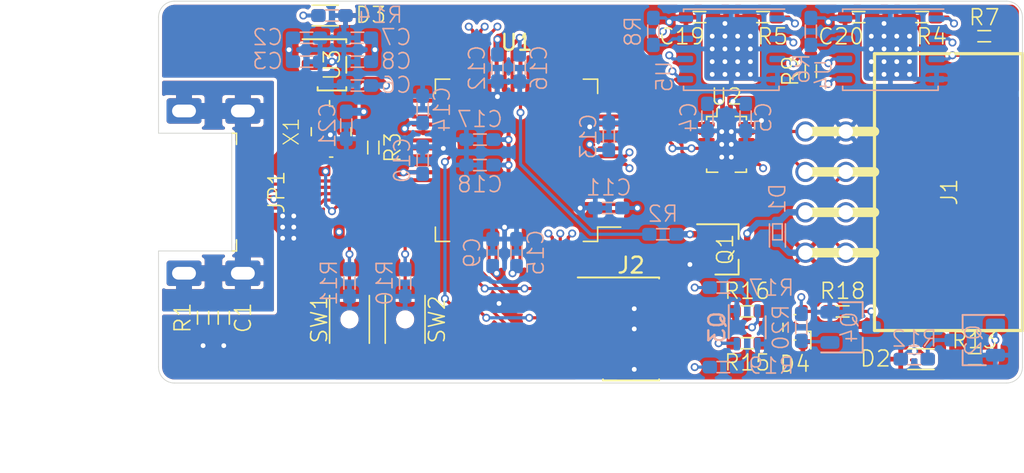
<source format=kicad_pcb>
(kicad_pcb (version 20171130) (host pcbnew 5.1.7)
  (layers (0 Top mixed) (1 Inner_1 mixed) (2 Inner_2 mixed) (31 Bottom mixed) (34 B.Paste user) (35 F.Paste user) (36 B.SilkS user) (37 F.SilkS user) (38 B.Mask user) (39 F.Mask user) (44 Edge.Cuts user))
  (net 0 "")
  (net 1 GND)
  (net 2 Earth)
  (net 3 /Connectors/VBUS)
  (net 4 /Connectors/USB_ID)
  (net 5 /Connectors/D+)
  (net 6 /Connectors/D-)
  (net 7 "Net-(U1-Pad64)")
  (net 8 "Net-(U1-Pad60)")
  (net 9 "Net-(U1-Pad59)")
  (net 10 "Net-(U1-Pad58)")
  (net 11 "Net-(U1-Pad57)")
  (net 12 "Net-(U1-Pad53)")
  (net 13 "Net-(U1-Pad41)")
  (net 14 "Net-(U1-Pad40)")
  (net 15 "Net-(U1-Pad36)")
  (net 16 "Net-(U1-Pad34)")
  (net 17 "Net-(U1-Pad33)")
  (net 18 "Net-(U1-Pad32)")
  (net 19 "Net-(U1-Pad31)")
  (net 20 "Net-(U1-Pad23)")
  (net 21 "Net-(U1-Pad18)")
  (net 22 "Net-(U1-Pad17)")
  (net 23 "Net-(U1-Pad16)")
  (net 24 "Net-(U1-Pad15)")
  (net 25 "Net-(U1-Pad14)")
  (net 26 "Net-(U1-Pad13)")
  (net 27 "Net-(U1-Pad10)")
  (net 28 "Net-(U1-Pad7)")
  (net 29 "Net-(U1-Pad6)")
  (net 30 "Net-(U1-Pad5)")
  (net 31 "Net-(U1-Pad4)")
  (net 32 "Net-(U1-Pad1)")
  (net 33 +3V3)
  (net 34 /Connectors/SPI_VCC)
  (net 35 /Connectors/~SPI_CS)
  (net 36 "Net-(J1-Pad7)")
  (net 37 /Connectors/SCLK)
  (net 38 /Connectors/SDO)
  (net 39 /Connectors/SDI)
  (net 40 /Connectors/~RESET)
  (net 41 /Connectors/~SRESET)
  (net 42 /Connectors/CIPO)
  (net 43 /Connectors/COPI)
  (net 44 /Connectors/SCK)
  (net 45 /Connectors/~SCS)
  (net 46 /Connectors/~SRST)
  (net 47 /Connectors/TDI)
  (net 48 /Connectors/TDO)
  (net 49 /Connectors/TCK)
  (net 50 /Connectors/TMS)
  (net 51 "Net-(J2-Pad7)")
  (net 52 "Net-(Q1-Pad1)")
  (net 53 "Net-(C6-Pad1)")
  (net 54 +1V2)
  (net 55 "/Onboard Flash/~CS1")
  (net 56 "/Onboard Flash/~CS2")
  (net 57 "/Onboard Flash/COPI")
  (net 58 "/Onboard Flash/CIPO")
  (net 59 /Processor/FLASH_CLK)
  (net 60 "Net-(R6-Pad2)")
  (net 61 "Net-(R7-Pad1)")
  (net 62 "Net-(R8-Pad2)")
  (net 63 "Net-(R9-Pad1)")
  (net 64 "Net-(R11-Pad1)")
  (net 65 "Net-(R10-Pad1)")
  (net 66 "Net-(X1-Pad1)")
  (net 67 "Net-(D2-Pad1)")
  (net 68 "Net-(D3-Pad1)")
  (net 69 "Net-(Q2-Pad3)")
  (net 70 "Net-(Q2-Pad1)")
  (net 71 "Net-(D4-Pad4)")
  (net 72 "Net-(D4-Pad3)")
  (net 73 "Net-(D4-Pad2)")
  (net 74 "Net-(Q3-Pad6)")
  (net 75 "Net-(Q3-Pad2)")
  (net 76 "Net-(Q3-Pad5)")
  (net 77 "Net-(Q3-Pad3)")
  (net 78 "Net-(Q4-Pad3)")
  (net 79 "Net-(Q4-Pad1)")
  (net 80 "Net-(R17-Pad1)")
  (net 81 "Net-(R19-Pad1)")
  (net 82 "Net-(R20-Pad2)")
  (module rhais_led:LED0606 (layer Top) (at 155 93.5 270)
    (fp_text reference D4 (at 2.3 0) (layer F.SilkS) (effects (font (thickness 0.1))))
    (fp_text value HSMF-C114 hide)
    (pad 4 smd roundrect (at -0.9 -0.5 270) (size 1 0.6) (layers Top F.Paste F.Mask) (net 71 "Net-(D4-Pad4)"))
    (pad 3 smd roundrect (at -0.9 0.5 270) (size 1 0.6) (layers Top F.Paste F.Mask) (net 72 "Net-(D4-Pad3)"))
    (pad 2 smd roundrect (at 0.9 0.5 270) (size 1 0.6) (layers Top F.Paste F.Mask) (net 73 "Net-(D4-Pad2)"))
    (pad 1 smd roundrect (at 0.9 -0.5 270) (size 1 0.6) (layers Top F.Paste F.Mask) (net 33 +3V3))
  )
  (module rhais_rcl:R0603 (layer Bottom) (at 155.4 93.5 90)
    (fp_text reference R20 (at 0 -0.7 270) (layer B.SilkS) (effects (font (thickness 0.1)) (justify bottom mirror)))
    (fp_text value 10k hide)
    (pad 2 smd roundrect (at 0.85 0 90) (size 0.9 0.8) (layers Bottom B.Paste B.Mask) (net 82 "Net-(R20-Pad2)"))
    (pad 1 smd roundrect (at -0.85 0 90) (size 0.9 0.8) (layers Bottom B.Paste B.Mask) (net 79 "Net-(Q4-Pad1)"))
  )
  (module rhais_rcl:R0603 (layer Bottom) (at 150.5 96)
    (fp_text reference R19 (at 1.5 0.5) (layer B.SilkS) (effects (font (thickness 0.1)) (justify right bottom mirror)))
    (fp_text value 10k hide)
    (pad 2 smd roundrect (at 0.85 0) (size 0.9 0.8) (layers Bottom B.Paste B.Mask) (net 76 "Net-(Q3-Pad5)"))
    (pad 1 smd roundrect (at -0.85 0) (size 0.9 0.8) (layers Bottom B.Paste B.Mask) (net 81 "Net-(R19-Pad1)"))
  )
  (module rhais_rcl:R0603 (layer Top) (at 158 92.5 180)
    (fp_text reference R18 (at 0 0.7) (layer F.SilkS) (effects (font (thickness 0.1)) (justify bottom)))
    (fp_text value 10k hide)
    (pad 2 smd roundrect (at 0.85 0 180) (size 0.9 0.8) (layers Top F.Paste F.Mask) (net 71 "Net-(D4-Pad4)"))
    (pad 1 smd roundrect (at -0.85 0 180) (size 0.9 0.8) (layers Top F.Paste F.Mask) (net 78 "Net-(Q4-Pad3)"))
  )
  (module rhais_rcl:R0603 (layer Bottom) (at 150.5 91)
    (fp_text reference R17 (at 1.5 0.6) (layer B.SilkS) (effects (font (thickness 0.1)) (justify right bottom mirror)))
    (fp_text value 10k hide)
    (pad 2 smd roundrect (at 0.85 0) (size 0.9 0.8) (layers Bottom B.Paste B.Mask) (net 75 "Net-(Q3-Pad2)"))
    (pad 1 smd roundrect (at -0.85 0) (size 0.9 0.8) (layers Bottom B.Paste B.Mask) (net 80 "Net-(R17-Pad1)"))
  )
  (module rhais_rcl:R0603 (layer Top) (at 152 92.5 180)
    (fp_text reference R16 (at 0 0.7) (layer F.SilkS) (effects (font (thickness 0.1)) (justify bottom)))
    (fp_text value 10k hide)
    (pad 2 smd roundrect (at 0.85 0 180) (size 0.9 0.8) (layers Top F.Paste F.Mask) (net 77 "Net-(Q3-Pad3)"))
    (pad 1 smd roundrect (at -0.85 0 180) (size 0.9 0.8) (layers Top F.Paste F.Mask) (net 72 "Net-(D4-Pad3)"))
  )
  (module rhais_rcl:R0603 (layer Top) (at 152 94.5 180)
    (fp_text reference R15 (at 0 -1.8) (layer F.SilkS) (effects (font (thickness 0.1)) (justify bottom)))
    (fp_text value 10k hide)
    (pad 2 smd roundrect (at 0.85 0 180) (size 0.9 0.8) (layers Top F.Paste F.Mask) (net 74 "Net-(Q3-Pad6)"))
    (pad 1 smd roundrect (at -0.85 0 180) (size 0.9 0.8) (layers Top F.Paste F.Mask) (net 73 "Net-(D4-Pad2)"))
  )
  (module rhais_package-smd:SOT-23 (layer Bottom) (at 158.5 93.5)
    (fp_text reference Q4 (at 0.5 0 90) (layer B.SilkS) (effects (font (thickness 0.1)) (justify bottom mirror)))
    (fp_text value DMN65D8L-7 hide)
    (pad 3 smd roundrect (at 1.3 0 90) (size 0.8 1.2) (layers Bottom B.Paste B.Mask) (net 78 "Net-(Q4-Pad3)"))
    (pad 2 smd roundrect (at -1.3 -0.95 90) (size 0.8 1.2) (layers Bottom B.Paste B.Mask) (net 1 GND))
    (pad 1 smd roundrect (at -1.3 0.95 90) (size 0.8 1.2) (layers Bottom B.Paste B.Mask) (net 79 "Net-(Q4-Pad1)"))
  )
  (module rhais_package-smd:SOT-363_SC-70-6 (layer Bottom) (at 152 93.5 270)
    (fp_text reference Q3 (at 0 1.9 270) (layer B.SilkS) (effects (justify mirror)))
    (fp_text value 2N7002DW hide)
    (pad 6 smd roundrect (at 1.05 0.65 270) (size 0.8 0.4) (layers Bottom B.Paste B.Mask) (net 74 "Net-(Q3-Pad6)"))
    (pad 4 smd roundrect (at 1.05 -0.65 270) (size 0.8 0.4) (layers Bottom B.Paste B.Mask) (net 1 GND))
    (pad 2 smd roundrect (at -1.05 0 270) (size 0.8 0.4) (layers Bottom B.Paste B.Mask) (net 75 "Net-(Q3-Pad2)"))
    (pad 5 smd roundrect (at 1.05 0 270) (size 0.8 0.4) (layers Bottom B.Paste B.Mask) (net 76 "Net-(Q3-Pad5)"))
    (pad 3 smd roundrect (at -1.05 -0.65 270) (size 0.8 0.4) (layers Bottom B.Paste B.Mask) (net 77 "Net-(Q3-Pad3)"))
    (pad 1 smd roundrect (at -1.05 0.65 270) (size 0.8 0.4) (layers Bottom B.Paste B.Mask) (net 1 GND))
  )
  (module rhais_rcl:R0603 (layer Bottom) (at 125.9 73.9)
    (fp_text reference R14 (at 1.5 0.55) (layer B.SilkS) (effects (font (thickness 0.1)) (justify right bottom mirror)))
    (fp_text value 440R hide)
    (pad 2 smd roundrect (at 0.85 0) (size 0.9 0.8) (layers Bottom B.Paste B.Mask) (net 1 GND))
    (pad 1 smd roundrect (at -0.85 0) (size 0.9 0.8) (layers Bottom B.Paste B.Mask) (net 68 "Net-(D3-Pad1)"))
  )
  (module rhais_rcl:R0603 (layer Top) (at 166.3 95.5)
    (fp_text reference R13 (at 0 -0.6) (layer F.SilkS) (effects (font (thickness 0.1)) (justify bottom)))
    (fp_text value 10k hide)
    (pad 2 smd roundrect (at 0.85 0) (size 0.9 0.8) (layers Top F.Paste F.Mask) (net 70 "Net-(Q2-Pad1)"))
    (pad 1 smd roundrect (at -0.85 0) (size 0.9 0.8) (layers Top F.Paste F.Mask) (net 34 /Connectors/SPI_VCC))
  )
  (module rhais_rcl:R0603 (layer Bottom) (at 162.5 95.5)
    (fp_text reference R12 (at 0 -0.7) (layer B.SilkS) (effects (font (thickness 0.1)) (justify bottom mirror)))
    (fp_text value 440R hide)
    (pad 2 smd roundrect (at 0.85 0) (size 0.9 0.8) (layers Bottom B.Paste B.Mask) (net 69 "Net-(Q2-Pad3)"))
    (pad 1 smd roundrect (at -0.85 0) (size 0.9 0.8) (layers Bottom B.Paste B.Mask) (net 67 "Net-(D2-Pad1)"))
  )
  (module rhais_package-smd:SOT-23 (layer Bottom) (at 166.3 94.3 180)
    (fp_text reference Q2 (at -0.5 0 90) (layer B.SilkS) (effects (font (thickness 0.1)) (justify bottom mirror)))
    (fp_text value DMN65D8L-7 hide)
    (pad 3 smd roundrect (at 1.3 0 270) (size 0.8 1.2) (layers Bottom B.Paste B.Mask) (net 69 "Net-(Q2-Pad3)"))
    (pad 2 smd roundrect (at -1.3 -0.95 270) (size 0.8 1.2) (layers Bottom B.Paste B.Mask) (net 1 GND))
    (pad 1 smd roundrect (at -1.3 0.95 270) (size 0.8 1.2) (layers Bottom B.Paste B.Mask) (net 70 "Net-(Q2-Pad1)"))
  )
  (module rhais_led:LED0603 (layer Top) (at 125.9 73.9)
    (fp_text reference D3 (at 1.4 0.55) (layer F.SilkS) (effects (font (thickness 0.1)) (justify left bottom)))
    (fp_text value LED hide)
    (pad 2 smd roundrect (at 0.85 0) (size 0.9 0.8) (layers Top F.Paste F.Mask) (net 33 +3V3))
    (pad 1 smd roundrect (at -0.85 0) (size 0.9 0.8) (layers Top F.Paste F.Mask) (net 68 "Net-(D3-Pad1)"))
  )
  (module rhais_led:LED0603 (layer Top) (at 162.5 95.5 180)
    (fp_text reference D2 (at 1.4 -0.55) (layer F.SilkS) (effects (font (thickness 0.1)) (justify right bottom)))
    (fp_text value LED hide)
    (pad 2 smd roundrect (at 0.85 0 180) (size 0.9 0.8) (layers Top F.Paste F.Mask) (net 33 +3V3))
    (pad 1 smd roundrect (at -0.85 0 180) (size 0.9 0.8) (layers Top F.Paste F.Mask) (net 67 "Net-(D2-Pad1)"))
  )
  (module rhais_rcl:C0603 (layer Bottom) (at 126.8 80.8 270)
    (fp_text reference C21 (at 0 0.6 270) (layer B.SilkS) (effects (font (thickness 0.1)) (justify bottom mirror)))
    (fp_text value 0.1uF hide)
    (pad 2 smd roundrect (at 0.85 0 270) (size 0.9 0.8) (layers Bottom B.Paste B.Mask) (net 1 GND))
    (pad 1 smd roundrect (at -0.85 0 270) (size 0.9 0.8) (layers Bottom B.Paste B.Mask) (net 33 +3V3))
  )
  (module rhais_osc:SMD3225 (layer Top) (at 125.85 81.2 270)
    (fp_text reference X1 (at 0 1.95 90) (layer F.SilkS) (effects (font (size 0.95 0.95) (thickness 0.08)) (justify bottom)))
    (fp_text value TXC-7C hide)
    (pad 4 smd roundrect (at -1.2 -0.95 270) (size 1.6 1.4) (layers Top F.Paste F.Mask) (roundrect_rratio 0.179) (net 33 +3V3))
    (pad 1 smd roundrect (at -1.2 0.95 270) (size 1.6 1.4) (layers Top F.Paste F.Mask) (roundrect_rratio 0.179) (net 66 "Net-(X1-Pad1)"))
    (pad 2 smd roundrect (at 1.2 0.95 270) (size 1.6 1.4) (layers Top F.Paste F.Mask) (roundrect_rratio 0.179) (net 1 GND))
    (pad 3 smd roundrect (at 1.2 -0.95 270) (size 1.6 1.4) (layers Top F.Paste F.Mask) (roundrect_rratio 0.179) (net 14 "Net-(U1-Pad40)"))
  )
  (module DX-MON:QFP-64_10.2x10.2_Pitch0.5mm (layer Top) (at 137.5 83 180)
    (fp_text reference U1 (at 0 7.4) (layer F.SilkS))
    (fp_text value TM4C123GH6PM hide)
    (pad 64 smd roundrect (at -3.75 -5.85 180) (size 0.25 1.5) (layers Top F.Paste F.Mask) (roundrect_rratio 0.4) (net 7 "Net-(U1-Pad64)"))
    (pad 63 smd roundrect (at -3.25 -5.85 180) (size 0.25 1.5) (layers Top F.Paste F.Mask) (roundrect_rratio 0.4) (net 82 "Net-(R20-Pad2)"))
    (pad 62 smd roundrect (at -2.75 -5.85 180) (size 0.25 1.5) (layers Top F.Paste F.Mask) (roundrect_rratio 0.4) (net 80 "Net-(R17-Pad1)"))
    (pad 61 smd roundrect (at -2.25 -5.85 180) (size 0.25 1.5) (layers Top F.Paste F.Mask) (roundrect_rratio 0.4) (net 81 "Net-(R19-Pad1)"))
    (pad 60 smd roundrect (at -1.75 -5.85 180) (size 0.25 1.5) (layers Top F.Paste F.Mask) (roundrect_rratio 0.4) (net 8 "Net-(U1-Pad60)"))
    (pad 59 smd roundrect (at -1.25 -5.85 180) (size 0.25 1.5) (layers Top F.Paste F.Mask) (roundrect_rratio 0.4) (net 9 "Net-(U1-Pad59)"))
    (pad 58 smd roundrect (at -0.75 -5.85 180) (size 0.25 1.5) (layers Top F.Paste F.Mask) (roundrect_rratio 0.4) (net 10 "Net-(U1-Pad58)"))
    (pad 57 smd roundrect (at -0.25 -5.85 180) (size 0.25 1.5) (layers Top F.Paste F.Mask) (roundrect_rratio 0.4) (net 11 "Net-(U1-Pad57)"))
    (pad 56 smd roundrect (at 0.25 -5.85 180) (size 0.25 1.5) (layers Top F.Paste F.Mask) (roundrect_rratio 0.4) (net 54 +1V2))
    (pad 55 smd roundrect (at 0.75 -5.85 180) (size 0.25 1.5) (layers Top F.Paste F.Mask) (roundrect_rratio 0.4) (net 1 GND))
    (pad 54 smd roundrect (at 1.25 -5.85 180) (size 0.25 1.5) (layers Top F.Paste F.Mask) (roundrect_rratio 0.4) (net 33 +3V3))
    (pad 53 smd roundrect (at 1.75 -5.85 180) (size 0.25 1.5) (layers Top F.Paste F.Mask) (roundrect_rratio 0.4) (net 12 "Net-(U1-Pad53)"))
    (pad 52 smd roundrect (at 2.25 -5.85 180) (size 0.25 1.5) (layers Top F.Paste F.Mask) (roundrect_rratio 0.4) (net 49 /Connectors/TCK))
    (pad 51 smd roundrect (at 2.75 -5.85 180) (size 0.25 1.5) (layers Top F.Paste F.Mask) (roundrect_rratio 0.4) (net 50 /Connectors/TMS))
    (pad 50 smd roundrect (at 3.25 -5.85 180) (size 0.25 1.5) (layers Top F.Paste F.Mask) (roundrect_rratio 0.4) (net 47 /Connectors/TDI))
    (pad 49 smd roundrect (at 3.75 -5.85 180) (size 0.25 1.5) (layers Top F.Paste F.Mask) (roundrect_rratio 0.4) (net 48 /Connectors/TDO))
    (pad 48 smd roundrect (at 5.85 -3.75 270) (size 0.25 1.5) (layers Top F.Paste F.Mask) (roundrect_rratio 0.4) (net 65 "Net-(R10-Pad1)"))
    (pad 47 smd roundrect (at 5.85 -3.25 270) (size 0.25 1.5) (layers Top F.Paste F.Mask) (roundrect_rratio 0.4) (net 64 "Net-(R11-Pad1)"))
    (pad 46 smd roundrect (at 5.85 -2.75 270) (size 0.25 1.5) (layers Top F.Paste F.Mask) (roundrect_rratio 0.4) (net 3 /Connectors/VBUS))
    (pad 45 smd roundrect (at 5.85 -2.25 270) (size 0.25 1.5) (layers Top F.Paste F.Mask) (roundrect_rratio 0.4) (net 4 /Connectors/USB_ID))
    (pad 44 smd roundrect (at 5.85 -1.75 270) (size 0.25 1.5) (layers Top F.Paste F.Mask) (roundrect_rratio 0.4) (net 5 /Connectors/D+))
    (pad 43 smd roundrect (at 5.85 -1.25 270) (size 0.25 1.5) (layers Top F.Paste F.Mask) (roundrect_rratio 0.4) (net 6 /Connectors/D-))
    (pad 42 smd roundrect (at 5.85 -0.75 270) (size 0.25 1.5) (layers Top F.Paste F.Mask) (roundrect_rratio 0.4) (net 33 +3V3))
    (pad 41 smd roundrect (at 5.85 -0.25 270) (size 0.25 1.5) (layers Top F.Paste F.Mask) (roundrect_rratio 0.4) (net 13 "Net-(U1-Pad41)"))
    (pad 40 smd roundrect (at 5.85 0.25 270) (size 0.25 1.5) (layers Top F.Paste F.Mask) (roundrect_rratio 0.4) (net 14 "Net-(U1-Pad40)"))
    (pad 39 smd roundrect (at 5.85 0.75 270) (size 0.25 1.5) (layers Top F.Paste F.Mask) (roundrect_rratio 0.4) (net 1 GND))
    (pad 38 smd roundrect (at 5.85 1.25 270) (size 0.25 1.5) (layers Top F.Paste F.Mask) (roundrect_rratio 0.4) (net 46 /Connectors/~SRST))
    (pad 37 smd roundrect (at 5.85 1.75 270) (size 0.25 1.5) (layers Top F.Paste F.Mask) (roundrect_rratio 0.4) (net 33 +3V3))
    (pad 36 smd roundrect (at 5.85 2.25 270) (size 0.25 1.5) (layers Top F.Paste F.Mask) (roundrect_rratio 0.4) (net 15 "Net-(U1-Pad36)"))
    (pad 35 smd roundrect (at 5.85 2.75 270) (size 0.25 1.5) (layers Top F.Paste F.Mask) (roundrect_rratio 0.4) (net 1 GND))
    (pad 34 smd roundrect (at 5.85 3.25 270) (size 0.25 1.5) (layers Top F.Paste F.Mask) (roundrect_rratio 0.4) (net 16 "Net-(U1-Pad34)"))
    (pad 33 smd roundrect (at 5.85 3.75 270) (size 0.25 1.5) (layers Top F.Paste F.Mask) (roundrect_rratio 0.4) (net 17 "Net-(U1-Pad33)"))
    (pad 32 smd roundrect (at 3.75 5.85 180) (size 0.25 1.5) (layers Top F.Paste F.Mask) (roundrect_rratio 0.4) (net 18 "Net-(U1-Pad32)"))
    (pad 31 smd roundrect (at 3.25 5.85 180) (size 0.25 1.5) (layers Top F.Paste F.Mask) (roundrect_rratio 0.4) (net 19 "Net-(U1-Pad31)"))
    (pad 30 smd roundrect (at 2.75 5.85 180) (size 0.25 1.5) (layers Top F.Paste F.Mask) (roundrect_rratio 0.4) (net 59 /Processor/FLASH_CLK))
    (pad 29 smd roundrect (at 2.25 5.85 180) (size 0.25 1.5) (layers Top F.Paste F.Mask) (roundrect_rratio 0.4) (net 57 "/Onboard Flash/COPI"))
    (pad 28 smd roundrect (at 1.75 5.85 180) (size 0.25 1.5) (layers Top F.Paste F.Mask) (roundrect_rratio 0.4) (net 58 "/Onboard Flash/CIPO"))
    (pad 27 smd roundrect (at 1.25 5.85 180) (size 0.25 1.5) (layers Top F.Paste F.Mask) (roundrect_rratio 0.4) (net 1 GND))
    (pad 26 smd roundrect (at 0.75 5.85 180) (size 0.25 1.5) (layers Top F.Paste F.Mask) (roundrect_rratio 0.4) (net 33 +3V3))
    (pad 25 smd roundrect (at 0.25 5.85 180) (size 0.25 1.5) (layers Top F.Paste F.Mask) (roundrect_rratio 0.4) (net 54 +1V2))
    (pad 24 smd roundrect (at -0.25 5.85 180) (size 0.25 1.5) (layers Top F.Paste F.Mask) (roundrect_rratio 0.4) (net 41 /Connectors/~SRESET))
    (pad 23 smd roundrect (at -0.75 5.85 180) (size 0.25 1.5) (layers Top F.Paste F.Mask) (roundrect_rratio 0.4) (net 20 "Net-(U1-Pad23)"))
    (pad 22 smd roundrect (at -1.25 5.85 180) (size 0.25 1.5) (layers Top F.Paste F.Mask) (roundrect_rratio 0.4) (net 43 /Connectors/COPI))
    (pad 21 smd roundrect (at -1.75 5.85 180) (size 0.25 1.5) (layers Top F.Paste F.Mask) (roundrect_rratio 0.4) (net 42 /Connectors/CIPO))
    (pad 20 smd roundrect (at -2.25 5.85 180) (size 0.25 1.5) (layers Top F.Paste F.Mask) (roundrect_rratio 0.4) (net 35 /Connectors/~SPI_CS))
    (pad 19 smd roundrect (at -2.75 5.85 180) (size 0.25 1.5) (layers Top F.Paste F.Mask) (roundrect_rratio 0.4) (net 37 /Connectors/SCLK))
    (pad 18 smd roundrect (at -3.25 5.85 180) (size 0.25 1.5) (layers Top F.Paste F.Mask) (roundrect_rratio 0.4) (net 21 "Net-(U1-Pad18)"))
    (pad 17 smd roundrect (at -3.75 5.85 180) (size 0.25 1.5) (layers Top F.Paste F.Mask) (roundrect_rratio 0.4) (net 22 "Net-(U1-Pad17)"))
    (pad 16 smd roundrect (at -5.85 3.75 270) (size 0.25 1.5) (layers Top F.Paste F.Mask) (roundrect_rratio 0.4) (net 23 "Net-(U1-Pad16)"))
    (pad 15 smd roundrect (at -5.85 3.25 270) (size 0.25 1.5) (layers Top F.Paste F.Mask) (roundrect_rratio 0.4) (net 24 "Net-(U1-Pad15)"))
    (pad 14 smd roundrect (at -5.85 2.75 270) (size 0.25 1.5) (layers Top F.Paste F.Mask) (roundrect_rratio 0.4) (net 25 "Net-(U1-Pad14)"))
    (pad 13 smd roundrect (at -5.85 2.25 270) (size 0.25 1.5) (layers Top F.Paste F.Mask) (roundrect_rratio 0.4) (net 26 "Net-(U1-Pad13)"))
    (pad 12 smd roundrect (at -5.85 1.75 270) (size 0.25 1.5) (layers Top F.Paste F.Mask) (roundrect_rratio 0.4) (net 1 GND))
    (pad 11 smd roundrect (at -5.85 1.25 270) (size 0.25 1.5) (layers Top F.Paste F.Mask) (roundrect_rratio 0.4) (net 33 +3V3))
    (pad 10 smd roundrect (at -5.85 0.75 270) (size 0.25 1.5) (layers Top F.Paste F.Mask) (roundrect_rratio 0.4) (net 27 "Net-(U1-Pad10)"))
    (pad 9 smd roundrect (at -5.85 0.25 270) (size 0.25 1.5) (layers Top F.Paste F.Mask) (roundrect_rratio 0.4) (net 56 "/Onboard Flash/~CS2"))
    (pad 8 smd roundrect (at -5.85 -0.25 270) (size 0.25 1.5) (layers Top F.Paste F.Mask) (roundrect_rratio 0.4) (net 55 "/Onboard Flash/~CS1"))
    (pad 7 smd roundrect (at -5.85 -0.75 270) (size 0.25 1.5) (layers Top F.Paste F.Mask) (roundrect_rratio 0.4) (net 28 "Net-(U1-Pad7)"))
    (pad 6 smd roundrect (at -5.85 -1.25 270) (size 0.25 1.5) (layers Top F.Paste F.Mask) (roundrect_rratio 0.4) (net 29 "Net-(U1-Pad6)"))
    (pad 5 smd roundrect (at -5.85 -1.75 270) (size 0.25 1.5) (layers Top F.Paste F.Mask) (roundrect_rratio 0.4) (net 30 "Net-(U1-Pad5)"))
    (pad 4 smd roundrect (at -5.85 -2.25 270) (size 0.25 1.5) (layers Top F.Paste F.Mask) (roundrect_rratio 0.4) (net 31 "Net-(U1-Pad4)"))
    (pad 3 smd roundrect (at -5.85 -2.75 270) (size 0.25 1.5) (layers Top F.Paste F.Mask) (roundrect_rratio 0.4) (net 1 GND))
    (pad 2 smd roundrect (at -5.85 -3.25 270) (size 0.25 1.5) (layers Top F.Paste F.Mask) (roundrect_rratio 0.4) (net 33 +3V3))
    (pad 1 smd roundrect (at -5.85 -3.75 270) (size 0.25 1.5) (layers Top F.Paste F.Mask) (roundrect_rratio 0.4) (net 32 "Net-(U1-Pad1)"))
  )
  (module rhais_connector-pinheader:PinSocket_2x05_P1.27mm_Vertical_SMD (layer Top) (at 144.7 93.6)
    (fp_text reference J2 (at 0 -4) (layer F.SilkS))
    (fp_text value Conn_02x05_Odd_Even hide)
    (pad 10 smd roundrect (at -2.2 2.54) (size 2.4 0.74) (layers Top F.Paste F.Mask) (net 46 /Connectors/~SRST))
    (pad 9 smd roundrect (at 2.2 2.54) (size 2.4 0.74) (layers Top F.Paste F.Mask) (net 1 GND))
    (pad 8 smd roundrect (at -2.2 1.27) (size 2.4 0.74) (layers Top F.Paste F.Mask) (net 47 /Connectors/TDI))
    (pad 7 smd roundrect (at 2.2 1.27) (size 2.4 0.74) (layers Top F.Paste F.Mask) (net 51 "Net-(J2-Pad7)"))
    (pad 6 smd roundrect (at -2.2 0) (size 2.4 0.74) (layers Top F.Paste F.Mask) (net 48 /Connectors/TDO))
    (pad 5 smd roundrect (at 2.2 0) (size 2.4 0.74) (layers Top F.Paste F.Mask) (net 1 GND))
    (pad 4 smd roundrect (at -2.2 -1.27) (size 2.4 0.74) (layers Top F.Paste F.Mask) (net 49 /Connectors/TCK))
    (pad 3 smd roundrect (at 2.2 -1.27) (size 2.4 0.74) (layers Top F.Paste F.Mask) (net 1 GND))
    (pad 2 smd roundrect (at -2.2 -2.54) (size 2.4 0.74) (layers Top F.Paste F.Mask) (net 50 /Connectors/TMS))
    (pad 1 smd roundrect (at 2.2 -2.54) (size 2.4 0.74) (layers Top F.Paste F.Mask) (net 33 +3V3))
  )
  (module DX-MON:75867-132LF (layer Top) (at 158.2 85 90)
    (fp_text reference J1 (at 0 6.5 90) (layer F.SilkS) (effects (font (thickness 0.1))))
    (fp_text value Conn_02x04_Counter_Clockwise hide)
    (pad 1 thru_hole circle (at -3.81 -2.54 90) (size 1.27 1.27) (drill 0.9) (layers *.Cu *.Mask) (net 34 /Connectors/SPI_VCC))
    (pad 2 thru_hole circle (at -1.27 -2.54 90) (size 1.27 1.27) (drill 0.9) (layers *.Cu *.Mask) (net 40 /Connectors/~RESET))
    (pad 3 thru_hole circle (at 1.27 -2.54 90) (size 1.27 1.27) (drill 0.9) (layers *.Cu *.Mask) (net 38 /Connectors/SDO))
    (pad 4 thru_hole circle (at 3.81 -2.54 90) (size 1.27 1.27) (drill 0.9) (layers *.Cu *.Mask) (net 39 /Connectors/SDI))
    (pad 5 thru_hole circle (at 3.81 0 90) (size 1.27 1.27) (drill 0.9) (layers *.Cu *.Mask) (net 1 GND))
    (pad 6 thru_hole circle (at 1.27 0 90) (size 1.27 1.27) (drill 0.9) (layers *.Cu *.Mask) (net 44 /Connectors/SCK))
    (pad 7 thru_hole circle (at -1.27 0 90) (size 1.27 1.27) (drill 0.9) (layers *.Cu *.Mask) (net 36 "Net-(J1-Pad7)"))
    (pad 8 thru_hole circle (at -3.81 0 90) (size 1.27 1.27) (drill 0.9) (layers *.Cu *.Mask) (net 45 /Connectors/~SCS))
  )
  (module rhais_rcl:R0603 (layer Bottom) (at 127 90.7 270)
    (fp_text reference R11 (at 0 0.7 270) (layer B.SilkS) (effects (font (thickness 0.1)) (justify bottom mirror)))
    (fp_text value 10k hide)
    (pad 2 smd roundrect (at 0.85 0 270) (size 0.9 0.8) (layers Bottom B.Paste B.Mask) (net 1 GND))
    (pad 1 smd roundrect (at -0.85 0 270) (size 0.9 0.8) (layers Bottom B.Paste B.Mask) (net 64 "Net-(R11-Pad1)"))
  )
  (module rhais_rcl:R0603 (layer Bottom) (at 130.5 90.7 270)
    (fp_text reference R10 (at 0 0.7 270) (layer B.SilkS) (effects (font (thickness 0.1)) (justify bottom mirror)))
    (fp_text value 10k hide)
    (pad 2 smd roundrect (at 0.85 0 270) (size 0.9 0.8) (layers Bottom B.Paste B.Mask) (net 1 GND))
    (pad 1 smd roundrect (at -0.85 0 270) (size 0.9 0.8) (layers Bottom B.Paste B.Mask) (net 65 "Net-(R10-Pad1)"))
  )
  (module rhais_button-smd:B3U-1000P-B (layer Top) (at 130.5 93 90)
    (fp_text reference SW2 (at 0 2 270) (layer F.SilkS) (effects (font (thickness 0.1))))
    (fp_text value B3U-1000P-B hide)
    (pad "" np_thru_hole circle (at 0 0 90) (size 0.75 0.75) (drill 0.75) (layers *.Cu *.Mask))
    (pad 2 smd roundrect (at 1.9 0 90) (size 1.2 1.8) (layers Top F.Paste F.Mask) (roundrect_rratio 0.208) (net 65 "Net-(R10-Pad1)"))
    (pad 1 smd roundrect (at -1.9 0 90) (size 1.2 1.8) (layers Top F.Paste F.Mask) (roundrect_rratio 0.208) (net 33 +3V3))
  )
  (module rhais_button-smd:B3U-1000P-B (layer Top) (at 127 93 90)
    (fp_text reference SW1 (at 0 -1.9 270) (layer F.SilkS) (effects (font (thickness 0.1))))
    (fp_text value B3U-1000P-B hide)
    (pad "" np_thru_hole circle (at 0 0 90) (size 0.75 0.75) (drill 0.75) (layers *.Cu *.Mask))
    (pad 2 smd roundrect (at 1.9 0 90) (size 1.2 1.8) (layers Top F.Paste F.Mask) (roundrect_rratio 0.208) (net 64 "Net-(R11-Pad1)"))
    (pad 1 smd roundrect (at -1.9 0 90) (size 1.2 1.8) (layers Top F.Paste F.Mask) (roundrect_rratio 0.208) (net 33 +3V3))
  )
  (module rhais_rcl:R0603 (layer Top) (at 156 77.4 270)
    (fp_text reference R9 (at 0 0.7 90) (layer F.SilkS) (effects (font (thickness 0.1)) (justify bottom)))
    (fp_text value 10k hide)
    (pad 2 smd roundrect (at 0.85 0 270) (size 0.9 0.8) (layers Top F.Paste F.Mask) (net 33 +3V3))
    (pad 1 smd roundrect (at -0.85 0 270) (size 0.9 0.8) (layers Top F.Paste F.Mask) (net 63 "Net-(R9-Pad1)"))
  )
  (module rhais_rcl:R0603 (layer Bottom) (at 146.1 74.9 270)
    (fp_text reference R8 (at 0 0.7 270) (layer B.SilkS) (effects (font (thickness 0.1)) (justify bottom mirror)))
    (fp_text value 10k hide)
    (pad 2 smd roundrect (at 0.85 0 270) (size 0.9 0.8) (layers Bottom B.Paste B.Mask) (net 62 "Net-(R8-Pad2)"))
    (pad 1 smd roundrect (at -0.85 0 270) (size 0.9 0.8) (layers Bottom B.Paste B.Mask) (net 33 +3V3))
  )
  (module rhais_rcl:R0603 (layer Top) (at 166.9 75.2)
    (fp_text reference R7 (at 0 -0.6) (layer F.SilkS) (effects (font (thickness 0.1)) (justify bottom)))
    (fp_text value 10k hide)
    (pad 2 smd roundrect (at 0.85 0) (size 0.9 0.8) (layers Top F.Paste F.Mask) (net 33 +3V3))
    (pad 1 smd roundrect (at -0.85 0) (size 0.9 0.8) (layers Top F.Paste F.Mask) (net 61 "Net-(R7-Pad1)"))
  )
  (module rhais_rcl:R0603 (layer Bottom) (at 156 74.9 270)
    (fp_text reference R6 (at 1.3 0 270) (layer B.SilkS) (effects (font (thickness 0.1)) (justify left bottom mirror)))
    (fp_text value 10k hide)
    (pad 2 smd roundrect (at 0.85 0 270) (size 0.9 0.8) (layers Bottom B.Paste B.Mask) (net 60 "Net-(R6-Pad2)"))
    (pad 1 smd roundrect (at -0.85 0 270) (size 0.9 0.8) (layers Bottom B.Paste B.Mask) (net 33 +3V3))
  )
  (module rhais_package-qfn:UDFN-8-1EP_6x5mm_P1.27mm_EP3.4x4mm (layer Bottom) (at 151 76 180)
    (fp_text reference U5 (at 4.2 -2.8 90) (layer B.SilkS) (effects (font (thickness 0.1)) (justify right mirror)))
    (fp_text value AT25SF641-MHB-T hide)
    (pad 9 smd roundrect (at 0 0 180) (size 3.4 4) (layers Bottom B.Paste B.Mask) (roundrect_rratio 0.074) (net 1 GND))
    (pad 8 smd roundrect (at 2.9 1.905 180) (size 1 0.4) (layers Bottom B.Paste B.Mask) (net 33 +3V3))
    (pad 7 smd roundrect (at 2.9 0.635 180) (size 1 0.4) (layers Bottom B.Paste B.Mask) (net 62 "Net-(R8-Pad2)"))
    (pad 6 smd roundrect (at 2.9 -0.635 180) (size 1 0.4) (layers Bottom B.Paste B.Mask) (net 59 /Processor/FLASH_CLK))
    (pad 5 smd roundrect (at 2.9 -1.905 180) (size 1 0.4) (layers Bottom B.Paste B.Mask) (net 57 "/Onboard Flash/COPI"))
    (pad 4 smd roundrect (at -2.9 -1.905 180) (size 1 0.4) (layers Bottom B.Paste B.Mask) (net 1 GND))
    (pad 3 smd roundrect (at -2.9 -0.635 180) (size 1 0.4) (layers Bottom B.Paste B.Mask) (net 63 "Net-(R9-Pad1)"))
    (pad 2 smd roundrect (at -2.9 0.635 180) (size 1 0.4) (layers Bottom B.Paste B.Mask) (net 58 "/Onboard Flash/CIPO"))
    (pad 1 smd roundrect (at -2.9 1.905 180) (size 1 0.4) (layers Bottom B.Paste B.Mask) (net 56 "/Onboard Flash/~CS2"))
  )
  (module rhais_package-qfn:UDFN-8-1EP_6x5mm_P1.27mm_EP3.4x4mm (layer Bottom) (at 161 76 180)
    (fp_text reference U4 (at 4.2 -2.7 90) (layer B.SilkS) (effects (font (thickness 0.1)) (justify right mirror)))
    (fp_text value AT25SF641-MHB-T hide)
    (pad 9 smd roundrect (at 0 0 180) (size 3.4 4) (layers Bottom B.Paste B.Mask) (roundrect_rratio 0.074) (net 1 GND))
    (pad 8 smd roundrect (at 2.9 1.905 180) (size 1 0.4) (layers Bottom B.Paste B.Mask) (net 33 +3V3))
    (pad 7 smd roundrect (at 2.9 0.635 180) (size 1 0.4) (layers Bottom B.Paste B.Mask) (net 60 "Net-(R6-Pad2)"))
    (pad 6 smd roundrect (at 2.9 -0.635 180) (size 1 0.4) (layers Bottom B.Paste B.Mask) (net 59 /Processor/FLASH_CLK))
    (pad 5 smd roundrect (at 2.9 -1.905 180) (size 1 0.4) (layers Bottom B.Paste B.Mask) (net 57 "/Onboard Flash/COPI"))
    (pad 4 smd roundrect (at -2.9 -1.905 180) (size 1 0.4) (layers Bottom B.Paste B.Mask) (net 1 GND))
    (pad 3 smd roundrect (at -2.9 -0.635 180) (size 1 0.4) (layers Bottom B.Paste B.Mask) (net 61 "Net-(R7-Pad1)"))
    (pad 2 smd roundrect (at -2.9 0.635 180) (size 1 0.4) (layers Bottom B.Paste B.Mask) (net 58 "/Onboard Flash/CIPO"))
    (pad 1 smd roundrect (at -2.9 1.905 180) (size 1 0.4) (layers Bottom B.Paste B.Mask) (net 55 "/Onboard Flash/~CS1"))
  )
  (module rhais_rcl:R0603 (layer Top) (at 153 74 180)
    (fp_text reference R5 (at -0.6 -1.8) (layer F.SilkS) (effects (font (thickness 0.1)) (justify bottom)))
    (fp_text value 10k hide)
    (pad 2 smd roundrect (at 0.85 0 180) (size 0.9 0.8) (layers Top F.Paste F.Mask) (net 33 +3V3))
    (pad 1 smd roundrect (at -0.85 0 180) (size 0.9 0.8) (layers Top F.Paste F.Mask) (net 56 "/Onboard Flash/~CS2"))
  )
  (module rhais_rcl:R0603 (layer Top) (at 163 74 180)
    (fp_text reference R4 (at -0.6 -1.8) (layer F.SilkS) (effects (font (thickness 0.1)) (justify bottom)))
    (fp_text value 10k hide)
    (pad 2 smd roundrect (at 0.85 0 180) (size 0.9 0.8) (layers Top F.Paste F.Mask) (net 33 +3V3))
    (pad 1 smd roundrect (at -0.85 0 180) (size 0.9 0.8) (layers Top F.Paste F.Mask) (net 55 "/Onboard Flash/~CS1"))
  )
  (module rhais_rcl:C0603 (layer Top) (at 159 74)
    (fp_text reference C20 (at -1.1 1.8) (layer F.SilkS) (effects (font (thickness 0.1)) (justify bottom)))
    (fp_text value 0.1uF hide)
    (pad 2 smd roundrect (at 0.85 0) (size 0.9 0.8) (layers Top F.Paste F.Mask) (net 1 GND))
    (pad 1 smd roundrect (at -0.85 0) (size 0.9 0.8) (layers Top F.Paste F.Mask) (net 33 +3V3))
  )
  (module rhais_rcl:C0603 (layer Top) (at 149 74)
    (fp_text reference C19 (at -1.1 1.8) (layer F.SilkS) (effects (font (thickness 0.1)) (justify bottom)))
    (fp_text value 0.1uF hide)
    (pad 2 smd roundrect (at 0.85 0) (size 0.9 0.8) (layers Top F.Paste F.Mask) (net 1 GND))
    (pad 1 smd roundrect (at -0.85 0) (size 0.9 0.8) (layers Top F.Paste F.Mask) (net 33 +3V3))
  )
  (module rhais_package-qfn:DQFN16_1EP_2.5x3.5mm_P0.5mm (layer Top) (at 150.7 82 270)
    (fp_text reference U2 (at -3 0 180) (layer F.SilkS) (effects (font (thickness 0.1))))
    (fp_text value FXL4TD245BQX hide)
    (pad 16 smd roundrect (at -1.75 -0.25) (size 0.3 1) (layers Top F.Paste F.Mask) (net 34 /Connectors/SPI_VCC))
    (pad 15 smd roundrect (at -1.25 -1.25 270) (size 0.3 1) (layers Top F.Paste F.Mask) (net 1 GND))
    (pad 14 smd roundrect (at -0.75 -1.25 270) (size 0.3 1) (layers Top F.Paste F.Mask) (net 39 /Connectors/SDI))
    (pad 13 smd roundrect (at -0.25 -1.25 270) (size 0.3 1) (layers Top F.Paste F.Mask) (net 38 /Connectors/SDO))
    (pad 12 smd roundrect (at 0.25 -1.25 270) (size 0.3 1) (layers Top F.Paste F.Mask) (net 44 /Connectors/SCK))
    (pad 11 smd roundrect (at 0.75 -1.25 270) (size 0.3 1) (layers Top F.Paste F.Mask) (net 45 /Connectors/~SCS))
    (pad 10 smd roundrect (at 1.25 -1.25 270) (size 0.3 1) (layers Top F.Paste F.Mask) (net 33 +3V3))
    (pad 9 smd roundrect (at 1.75 -0.25 180) (size 0.3 1) (layers Top F.Paste F.Mask) (net 1 GND))
    (pad 8 smd roundrect (at 1.75 0.25 180) (size 0.3 1) (layers Top F.Paste F.Mask) (net 1 GND))
    (pad 7 smd roundrect (at 1.25 1.25 90) (size 0.3 1) (layers Top F.Paste F.Mask) (net 33 +3V3))
    (pad 6 smd roundrect (at 0.75 1.25 90) (size 0.3 1) (layers Top F.Paste F.Mask) (net 35 /Connectors/~SPI_CS))
    (pad 5 smd roundrect (at 0.25 1.25 90) (size 0.3 1) (layers Top F.Paste F.Mask) (net 37 /Connectors/SCLK))
    (pad 4 smd roundrect (at -0.25 1.25 90) (size 0.3 1) (layers Top F.Paste F.Mask) (net 42 /Connectors/CIPO))
    (pad 3 smd roundrect (at -0.75 1.25 90) (size 0.3 1) (layers Top F.Paste F.Mask) (net 43 /Connectors/COPI))
    (pad 2 smd roundrect (at -1.25 1.25 90) (size 0.3 1) (layers Top F.Paste F.Mask) (net 33 +3V3))
    (pad 1 smd roundrect (at -1.75 0.25) (size 0.3 1) (layers Top F.Paste F.Mask) (net 33 +3V3))
    (pad EP smd roundrect (at 0 0 270) (size 2.1 1.1) (layers Top F.Paste F.Mask) (roundrect_rratio 0.182) (net 1 GND))
  )
  (module rhais_package-smd:SOT-23-5 (layer Top) (at 125.9 77)
    (fp_text reference U3 (at 0 0 90) (layer F.SilkS) (effects (font (thickness 0.1))))
    (fp_text value TC1015-3.3VCT713 hide)
    (pad 5 smd roundrect (at 1.35 -0.95) (size 1.1 0.65) (layers Top F.Paste F.Mask) (net 33 +3V3))
    (pad 4 smd roundrect (at 1.35 0.95) (size 1.1 0.65) (layers Top F.Paste F.Mask) (net 53 "Net-(C6-Pad1)"))
    (pad 3 smd roundrect (at -1.35 0.95) (size 1.1 0.65) (layers Top F.Paste F.Mask) (net 3 /Connectors/VBUS))
    (pad 2 smd roundrect (at -1.35 0) (size 1.1 0.65) (layers Top F.Paste F.Mask) (net 1 GND))
    (pad 1 smd roundrect (at -1.35 -0.95) (size 1.1 0.65) (layers Top F.Paste F.Mask) (net 3 /Connectors/VBUS))
  )
  (module rhais_package-smd:SOT-23 (layer Top) (at 150.7 88.6)
    (fp_text reference Q1 (at 0.5 0 90) (layer F.SilkS) (effects (font (thickness 0.1)) (justify bottom)))
    (fp_text value DMN65D8L-7 hide)
    (pad 3 smd roundrect (at 1.3 0 270) (size 0.8 1.2) (layers Top F.Paste F.Mask) (net 40 /Connectors/~RESET))
    (pad 2 smd roundrect (at -1.3 0.95 270) (size 0.8 1.2) (layers Top F.Paste F.Mask) (net 1 GND))
    (pad 1 smd roundrect (at -1.3 -0.95 270) (size 0.8 1.2) (layers Top F.Paste F.Mask) (net 52 "Net-(Q1-Pad1)"))
  )
  (module "rhais_usb:MICRO-USB-B-(IN_PCB)" (layer Top) (at 115 85 270)
    (fp_text reference JP1 (at 0 -8 270) (layer F.SilkS) (effects (font (thickness 0.1)) (justify bottom)))
    (fp_text value USB-Micro-B hide)
    (fp_line (start -3.7 -4.6) (end 3.7 -4.6) (layer Edge.Cuts) (width 0.05))
    (fp_line (start 3.7 -4.6) (end 3.7 0) (layer Edge.Cuts) (width 0.05))
    (fp_line (start -3.7 0) (end -3.7 -4.6) (layer Edge.Cuts) (width 0.05))
    (pad SHIELD thru_hole roundrect (at 5.1 -1.6 270) (size 1.6 2.2) (drill oval 0.8 1.5) (layers *.Cu *.Paste *.Mask) (roundrect_rratio 0.125) (net 2 Earth))
    (pad SHIELD thru_hole roundrect (at 5.1 -5.3 270) (size 1.6 2.2) (drill oval 0.8 1.5) (layers *.Cu *.Paste *.Mask) (roundrect_rratio 0.125) (net 2 Earth))
    (pad SHIELD thru_hole roundrect (at -5.1 -5.3 270) (size 1.6 2.2) (drill oval 0.8 1.5) (layers *.Cu *.Paste *.Mask) (roundrect_rratio 0.125) (net 2 Earth))
    (pad SHIELD thru_hole roundrect (at -5.1 -1.6 270) (size 1.6 2.2) (drill oval 0.8 1.5) (layers *.Cu *.Paste *.Mask) (roundrect_rratio 0.125) (net 2 Earth))
    (pad SHIELD smd roundrect (at 2.35 -5.7) (size 1.4 1.2) (layers Top F.Paste F.Mask) (roundrect_rratio 0.083) (net 2 Earth))
    (pad SHIELD smd roundrect (at -2.35 -5.7) (size 1.4 1.2) (layers Top F.Paste F.Mask) (roundrect_rratio 0.083) (net 2 Earth))
    (pad VCC smd roundrect (at -1.3 -5.7) (size 1.4 0.4) (layers Top F.Paste F.Mask) (net 3 /Connectors/VBUS))
    (pad GND1 smd roundrect (at 1.3 -5.7) (size 1.4 0.4) (layers Top F.Paste F.Mask) (net 1 GND))
    (pad ID smd roundrect (at 0.65 -5.7) (size 1.4 0.4) (layers Top F.Paste F.Mask) (net 4 /Connectors/USB_ID))
    (pad D+ smd roundrect (at 0 -5.7) (size 1.4 0.4) (layers Top F.Paste F.Mask) (net 5 /Connectors/D+))
    (pad D- smd roundrect (at -0.65 -5.7) (size 1.4 0.4) (layers Top F.Paste F.Mask) (net 6 /Connectors/D-))
  )
  (module rhais_rcl:C0603 (layer Bottom) (at 135.2 83.3 180)
    (fp_text reference C18 (at 0 -1.8) (layer B.SilkS) (effects (font (thickness 0.1)) (justify bottom mirror)))
    (fp_text value 2.2uF hide)
    (pad 2 smd roundrect (at 0.85 0 180) (size 0.9 0.8) (layers Bottom B.Paste B.Mask) (net 1 GND))
    (pad 1 smd roundrect (at -0.85 0 180) (size 0.9 0.8) (layers Bottom B.Paste B.Mask) (net 54 +1V2))
  )
  (module rhais_rcl:C0603 (layer Bottom) (at 135.2 81.7 180)
    (fp_text reference C17 (at 0 0.7 180) (layer B.SilkS) (effects (font (thickness 0.1)) (justify bottom mirror)))
    (fp_text value 1uF hide)
    (pad 2 smd roundrect (at 0.85 0 180) (size 0.9 0.8) (layers Bottom B.Paste B.Mask) (net 1 GND))
    (pad 1 smd roundrect (at -0.85 0 180) (size 0.9 0.8) (layers Bottom B.Paste B.Mask) (net 54 +1V2))
  )
  (module rhais_rcl:C0603 (layer Bottom) (at 137.7 77.2 270)
    (fp_text reference C16 (at 0 -1.8 90) (layer B.SilkS) (effects (font (thickness 0.1)) (justify bottom mirror)))
    (fp_text value 0.1uF hide)
    (pad 2 smd roundrect (at 0.85 0 270) (size 0.9 0.8) (layers Bottom B.Paste B.Mask) (net 1 GND))
    (pad 1 smd roundrect (at -0.85 0 270) (size 0.9 0.8) (layers Bottom B.Paste B.Mask) (net 54 +1V2))
  )
  (module rhais_rcl:C0603 (layer Bottom) (at 137.5 88.8 90)
    (fp_text reference C15 (at 0 1.8 270) (layer B.SilkS) (effects (font (thickness 0.1)) (justify bottom mirror)))
    (fp_text value 0.1uF hide)
    (pad 2 smd roundrect (at 0.85 0 90) (size 0.9 0.8) (layers Bottom B.Paste B.Mask) (net 1 GND))
    (pad 1 smd roundrect (at -0.85 0 90) (size 0.9 0.8) (layers Bottom B.Paste B.Mask) (net 54 +1V2))
  )
  (module rhais_rcl:C0603 (layer Bottom) (at 131.6 79.8 90)
    (fp_text reference C14 (at 0 1.8 270) (layer B.SilkS) (effects (font (thickness 0.1)) (justify bottom mirror)))
    (fp_text value 1uF hide)
    (pad 2 smd roundrect (at 0.85 0 90) (size 0.9 0.8) (layers Bottom B.Paste B.Mask) (net 1 GND))
    (pad 1 smd roundrect (at -0.85 0 90) (size 0.9 0.8) (layers Bottom B.Paste B.Mask) (net 33 +3V3))
  )
  (module rhais_rcl:C0603 (layer Bottom) (at 143.3 81.5 90)
    (fp_text reference C13 (at 0 -0.7 90) (layer B.SilkS) (effects (font (thickness 0.1)) (justify bottom mirror)))
    (fp_text value 0.1uF hide)
    (pad 2 smd roundrect (at 0.85 0 90) (size 0.9 0.8) (layers Bottom B.Paste B.Mask) (net 1 GND))
    (pad 1 smd roundrect (at -0.85 0 90) (size 0.9 0.8) (layers Bottom B.Paste B.Mask) (net 33 +3V3))
  )
  (module rhais_rcl:C0603 (layer Bottom) (at 136.3 77.2 270)
    (fp_text reference C12 (at 0 0.7 90) (layer B.SilkS) (effects (font (thickness 0.1)) (justify bottom mirror)))
    (fp_text value 0.1uF hide)
    (pad 2 smd roundrect (at 0.85 0 270) (size 0.9 0.8) (layers Bottom B.Paste B.Mask) (net 1 GND))
    (pad 1 smd roundrect (at -0.85 0 270) (size 0.9 0.8) (layers Bottom B.Paste B.Mask) (net 33 +3V3))
  )
  (module rhais_rcl:C0603 (layer Bottom) (at 143.3 86 180)
    (fp_text reference C11 (at 0 0.7) (layer B.SilkS) (effects (font (thickness 0.1)) (justify bottom mirror)))
    (fp_text value 0.1uF hide)
    (pad 2 smd roundrect (at 0.85 0 180) (size 0.9 0.8) (layers Bottom B.Paste B.Mask) (net 1 GND))
    (pad 1 smd roundrect (at -0.85 0 180) (size 0.9 0.8) (layers Bottom B.Paste B.Mask) (net 33 +3V3))
  )
  (module rhais_rcl:C0603 (layer Bottom) (at 131.6 83 90)
    (fp_text reference C10 (at 0 -0.7 90) (layer B.SilkS) (effects (font (thickness 0.1)) (justify bottom mirror)))
    (fp_text value 0.1uF hide)
    (pad 2 smd roundrect (at 0.85 0 90) (size 0.9 0.8) (layers Bottom B.Paste B.Mask) (net 1 GND))
    (pad 1 smd roundrect (at -0.85 0 90) (size 0.9 0.8) (layers Bottom B.Paste B.Mask) (net 33 +3V3))
  )
  (module rhais_rcl:C0603 (layer Bottom) (at 136 88.8 90)
    (fp_text reference C9 (at 0 -0.7 90) (layer B.SilkS) (effects (font (thickness 0.1)) (justify bottom mirror)))
    (fp_text value 0.1uF hide)
    (pad 2 smd roundrect (at 0.85 0 90) (size 0.9 0.8) (layers Bottom B.Paste B.Mask) (net 1 GND))
    (pad 1 smd roundrect (at -0.85 0 90) (size 0.9 0.8) (layers Bottom B.Paste B.Mask) (net 33 +3V3))
  )
  (module rhais_rcl:C0603 (layer Bottom) (at 127.5 76.8 180)
    (fp_text reference C8 (at -1.4 -0.55 180) (layer B.SilkS) (effects (font (thickness 0.1)) (justify right bottom mirror)))
    (fp_text value 1uF hide)
    (pad 2 smd roundrect (at 0.85 0 180) (size 0.9 0.8) (layers Bottom B.Paste B.Mask) (net 1 GND))
    (pad 1 smd roundrect (at -0.85 0 180) (size 0.9 0.8) (layers Bottom B.Paste B.Mask) (net 33 +3V3))
  )
  (module rhais_rcl:C0603 (layer Bottom) (at 127.5 75.3)
    (fp_text reference C7 (at 1.4 0.55) (layer B.SilkS) (effects (font (thickness 0.1)) (justify right bottom mirror)))
    (fp_text value 0.1uF hide)
    (pad 2 smd roundrect (at 0.85 0) (size 0.9 0.8) (layers Bottom B.Paste B.Mask) (net 33 +3V3))
    (pad 1 smd roundrect (at -0.85 0) (size 0.9 0.8) (layers Bottom B.Paste B.Mask) (net 1 GND))
  )
  (module rhais_rcl:C0603 (layer Bottom) (at 127.5 78.3 180)
    (fp_text reference C6 (at -1.4 -0.55 180) (layer B.SilkS) (effects (font (thickness 0.1)) (justify right bottom mirror)))
    (fp_text value 470pF hide)
    (pad 2 smd roundrect (at 0.85 0 180) (size 0.9 0.8) (layers Bottom B.Paste B.Mask) (net 1 GND))
    (pad 1 smd roundrect (at -0.85 0 180) (size 0.9 0.8) (layers Bottom B.Paste B.Mask) (net 53 "Net-(C6-Pad1)"))
  )
  (module rhais_rcl:C0603 (layer Bottom) (at 124.3 76.8)
    (fp_text reference C3 (at -1.4 0.55) (layer B.SilkS) (effects (font (thickness 0.1)) (justify left bottom mirror)))
    (fp_text value 1uF hide)
    (pad 2 smd roundrect (at 0.85 0) (size 0.9 0.8) (layers Bottom B.Paste B.Mask) (net 1 GND))
    (pad 1 smd roundrect (at -0.85 0) (size 0.9 0.8) (layers Bottom B.Paste B.Mask) (net 3 /Connectors/VBUS))
  )
  (module rhais_rcl:C0603 (layer Bottom) (at 124.3 75.3 180)
    (fp_text reference C2 (at 1.4 -0.55 180) (layer B.SilkS) (effects (font (thickness 0.1)) (justify left bottom mirror)))
    (fp_text value 0.1uF hide)
    (pad 2 smd roundrect (at 0.85 0 180) (size 0.9 0.8) (layers Bottom B.Paste B.Mask) (net 3 /Connectors/VBUS))
    (pad 1 smd roundrect (at -0.85 0 180) (size 0.9 0.8) (layers Bottom B.Paste B.Mask) (net 1 GND))
  )
  (module DX-MON:SOD882D_DFN1006D-2 (layer Bottom) (at 153.9 87.5 90)
    (fp_text reference D1 (at 1.05 0 270) (layer B.SilkS) (effects (font (thickness 0.1)) (justify right mirror)))
    (fp_text value D_Schottky_Small hide)
    (pad 2 smd roundrect (at 0.55 0 90) (size 0.8 0.7) (layers Bottom B.Paste B.Mask) (net 40 /Connectors/~RESET))
    (pad 1 smd roundrect (at -0.55 0 90) (size 0.8 0.7) (layers Bottom B.Paste B.Mask) (net 34 /Connectors/SPI_VCC))
  )
  (module rhais_rcl:R0603 (layer Bottom) (at 146.7 87.65 180)
    (fp_text reference R2 (at 0 0.7 180) (layer B.SilkS) (effects (font (thickness 0.1)) (justify bottom mirror)))
    (fp_text value 10k hide)
    (pad 2 smd roundrect (at 0.85 0 180) (size 0.9 0.8) (layers Bottom B.Paste B.Mask) (net 41 /Connectors/~SRESET))
    (pad 1 smd roundrect (at -0.85 0 180) (size 0.9 0.8) (layers Bottom B.Paste B.Mask) (net 52 "Net-(Q1-Pad1)"))
  )
  (module rhais_rcl:R0603 (layer Top) (at 128.5 82.2 270)
    (fp_text reference R3 (at 0 -1.8 90) (layer F.SilkS) (effects (font (thickness 0.1)) (justify bottom)))
    (fp_text value 10k hide)
    (pad 2 smd roundrect (at 0.85 0 270) (size 0.9 0.8) (layers Top F.Paste F.Mask) (net 33 +3V3))
    (pad 1 smd roundrect (at -0.85 0 270) (size 0.9 0.8) (layers Top F.Paste F.Mask) (net 46 /Connectors/~SRST))
  )
  (module rhais_rcl:C0603 (layer Bottom) (at 151.9 80.3 270)
    (fp_text reference C5 (at 0 -1.7 270) (layer B.SilkS) (effects (font (thickness 0.1)) (justify bottom mirror)))
    (fp_text value 0.1uF hide)
    (pad 2 smd roundrect (at 0.85 0 270) (size 0.9 0.8) (layers Bottom B.Paste B.Mask) (net 1 GND))
    (pad 1 smd roundrect (at -0.85 0 270) (size 0.9 0.8) (layers Bottom B.Paste B.Mask) (net 34 /Connectors/SPI_VCC))
  )
  (module rhais_rcl:C0603 (layer Bottom) (at 149.5 80.3 90)
    (fp_text reference C4 (at 0 -0.6 270) (layer B.SilkS) (effects (font (thickness 0.1)) (justify bottom mirror)))
    (fp_text value 0.1uF hide)
    (pad 2 smd roundrect (at 0.85 0 90) (size 0.9 0.8) (layers Bottom B.Paste B.Mask) (net 33 +3V3))
    (pad 1 smd roundrect (at -0.85 0 90) (size 0.9 0.8) (layers Bottom B.Paste B.Mask) (net 1 GND))
  )
  (module rhais_rcl:R0603 (layer Top) (at 117.8 92.9 90)
    (fp_text reference R1 (at 0 -0.7 90) (layer F.SilkS) (effects (font (thickness 0.1)) (justify bottom)))
    (fp_text value 1M hide)
    (pad 2 smd roundrect (at 0.85 0 90) (size 0.9 0.8) (layers Top F.Paste F.Mask) (net 2 Earth))
    (pad 1 smd roundrect (at -0.85 0 90) (size 0.9 0.8) (layers Top F.Paste F.Mask) (net 1 GND))
  )
  (module rhais_rcl:C0603 (layer Top) (at 119.1 92.9 270)
    (fp_text reference C1 (at 0 -1.8 270) (layer F.SilkS) (effects (font (thickness 0.1)) (justify bottom)))
    (fp_text value 0.1uF hide)
    (pad 2 smd roundrect (at 0.85 0 270) (size 0.9 0.8) (layers Top F.Paste F.Mask) (net 1 GND))
    (pad 1 smd roundrect (at -0.85 0 270) (size 0.9 0.8) (layers Top F.Paste F.Mask) (net 2 Earth))
  )
  (gr_arc (start 116 74) (end 116 73) (angle -90) (layer Edge.Cuts) (width 0.05))
  (gr_arc (start 168.3 74) (end 169.3 74) (angle -90) (layer Edge.Cuts) (width 0.05))
  (gr_arc (start 168.3 96) (end 168.3 97) (angle -90) (layer Edge.Cuts) (width 0.05))
  (gr_arc (start 116 96) (end 115 96) (angle -90) (layer Edge.Cuts) (width 0.05))
  (gr_line (start 115 74) (end 115 81.3) (layer Edge.Cuts) (width 0.05))
  (gr_line (start 168.3 73) (end 116 73) (layer Edge.Cuts) (width 0.05))
  (gr_line (start 169.3 96) (end 169.3 74) (layer Edge.Cuts) (width 0.05))
  (gr_line (start 116 97) (end 168.3 97) (layer Edge.Cuts) (width 0.05))
  (gr_line (start 115 88.7) (end 115 96) (layer Edge.Cuts) (width 0.05))
  (via (at 161.4 76.8) (size 0.5) (drill 0.3) (layers Top Bottom) (net 1))
  (via (at 161.4 75.2) (size 0.5) (drill 0.3) (layers Top Bottom) (net 1))
  (via (at 160.6 75.2) (size 0.5) (drill 0.3) (layers Top Bottom) (net 1))
  (via (at 159.8 76) (size 0.5) (drill 0.3) (layers Top Bottom) (net 1))
  (via (at 162.2 77.6) (size 0.5) (drill 0.3) (layers Top Bottom) (net 1))
  (via (at 162.2 75.2) (size 0.5) (drill 0.3) (layers Top Bottom) (net 1))
  (via (at 162.2 76) (size 0.5) (drill 0.3) (layers Top Bottom) (net 1))
  (via (at 161.4 76) (size 0.5) (drill 0.3) (layers Top Bottom) (net 1))
  (via (at 161.4 77.6) (size 0.5) (drill 0.3) (layers Top Bottom) (net 1))
  (via (at 160.6 76) (size 0.5) (drill 0.3) (layers Top Bottom) (net 1))
  (via (at 159.8 76.8) (size 0.5) (drill 0.3) (layers Top Bottom) (net 1))
  (via (at 159.8 77.6) (size 0.5) (drill 0.3) (layers Top Bottom) (net 1))
  (via (at 160.6 74.4) (size 0.5) (drill 0.3) (layers Top Bottom) (net 1))
  (via (at 159.8 75.2) (size 0.5) (drill 0.3) (layers Top Bottom) (net 1))
  (via (at 162.2 76.8) (size 0.5) (drill 0.3) (layers Top Bottom) (net 1))
  (via (at 160.6 77.6) (size 0.5) (drill 0.3) (layers Top Bottom) (net 1))
  (via (at 160.6 76.8) (size 0.5) (drill 0.3) (layers Top Bottom) (net 1))
  (via (at 150.6 74.4) (size 0.5) (drill 0.3) (layers Top Bottom) (net 1))
  (via (at 152.2 75.2) (size 0.5) (drill 0.3) (layers Top Bottom) (net 1))
  (via (at 151.4 75.2) (size 0.5) (drill 0.3) (layers Top Bottom) (net 1))
  (via (at 150.6 75.2) (size 0.5) (drill 0.3) (layers Top Bottom) (net 1))
  (via (at 149.8 75.2) (size 0.5) (drill 0.3) (layers Top Bottom) (net 1))
  (via (at 152.2 76) (size 0.5) (drill 0.3) (layers Top Bottom) (net 1))
  (via (at 151.4 76) (size 0.5) (drill 0.3) (layers Top Bottom) (net 1))
  (via (at 150.6 76) (size 0.5) (drill 0.3) (layers Top Bottom) (net 1))
  (via (at 149.8 76) (size 0.5) (drill 0.3) (layers Top Bottom) (net 1))
  (via (at 149.8 76.8) (size 0.5) (drill 0.3) (layers Top Bottom) (net 1))
  (via (at 150.6 76.8) (size 0.5) (drill 0.3) (layers Top Bottom) (net 1))
  (via (at 151.4 76.8) (size 0.5) (drill 0.3) (layers Top Bottom) (net 1))
  (via (at 152.2 76.8) (size 0.5) (drill 0.3) (layers Top Bottom) (net 1))
  (via (at 151.4 77.6) (size 0.5) (drill 0.3) (layers Top Bottom) (net 1))
  (via (at 152.2 77.6) (size 0.5) (drill 0.3) (layers Top Bottom) (net 1))
  (via (at 150.6 77.6) (size 0.5) (drill 0.3) (layers Top Bottom) (net 1))
  (via (at 149.8 77.6) (size 0.5) (drill 0.3) (layers Top Bottom) (net 1))
  (via (at 122.25 85.45) (size 0.5) (drill 0.3) (layers Top Bottom) (net 1))
  (via (at 151 82.8) (size 0.5) (drill 0.3) (layers Top Bottom) (net 1))
  (via (at 150.4 82.8) (size 0.5) (drill 0.3) (layers Top Bottom) (net 1))
  (via (at 150.4 82) (size 0.5) (drill 0.3) (layers Top Bottom) (net 1))
  (via (at 151 82) (size 0.5) (drill 0.3) (layers Top Bottom) (net 1))
  (via (at 151 81.2) (size 0.5) (drill 0.3) (layers Top Bottom) (net 1))
  (via (at 150.4 81.2) (size 0.5) (drill 0.3) (layers Top Bottom) (net 1))
  (via (at 152.9 80.5) (size 0.5) (drill 0.3) (layers Top Bottom) (net 1))
  (segment (start 152.65 80.75) (end 152.9 80.5) (width 0.3) (layer Top) (net 1))
  (segment (start 151.95 80.75) (end 152.65 80.75) (width 0.3) (layer Top) (net 1))
  (segment (start 150.95 82.85) (end 151 82.8) (width 0.2) (layer Top) (net 1))
  (segment (start 150.95 83.75) (end 150.95 82.85) (width 0.2) (layer Top) (net 1))
  (segment (start 150.45 82.25) (end 150.7 82) (width 0.2) (layer Top) (net 1))
  (segment (start 150.45 83.75) (end 150.45 82.25) (width 0.2) (layer Top) (net 1))
  (via (at 117.8 94.65) (size 0.5) (drill 0.3) (layers Top Bottom) (net 1))
  (segment (start 117.8 93.75) (end 117.8 94.65) (width 0.5) (layer Top) (net 1))
  (via (at 119.1 94.65) (size 0.5) (drill 0.3) (layers Top Bottom) (net 1))
  (segment (start 119.1 93.75) (end 119.1 94.65) (width 0.5) (layer Top) (net 1))
  (segment (start 122.25 85.45) (end 122.6 85.45) (width 0.2) (layer Bottom) (net 1))
  (via (at 122.8 86.5) (size 0.5) (drill 0.3) (layers Top Bottom) (net 1))
  (via (at 122.8 87.2) (size 0.5) (drill 0.3) (layers Top Bottom) (net 1))
  (via (at 122.8 87.9) (size 0.5) (drill 0.3) (layers Top Bottom) (net 1))
  (via (at 123.5 87.9) (size 0.5) (drill 0.3) (layers Top Bottom) (net 1))
  (via (at 123.5 87.2) (size 0.5) (drill 0.3) (layers Top Bottom) (net 1))
  (via (at 123.5 86.5) (size 0.5) (drill 0.3) (layers Top Bottom) (net 1))
  (via (at 132.9 82.25) (size 0.5) (drill 0.3) (layers Top Bottom) (net 1))
  (segment (start 131.65 82.25) (end 132.9 82.25) (width 0.25) (layer Top) (net 1))
  (via (at 141.5 86) (size 0.5) (drill 0.3) (layers Top Bottom) (net 1))
  (segment (start 141.75 85.75) (end 141.5 86) (width 0.25) (layer Top) (net 1))
  (segment (start 143.35 85.75) (end 141.75 85.75) (width 0.25) (layer Top) (net 1))
  (via (at 142.1 80.9) (size 0.5) (drill 0.3) (layers Top Bottom) (net 1))
  (segment (start 142.45 81.25) (end 143.35 81.25) (width 0.25) (layer Top) (net 1))
  (segment (start 142.1 80.9) (end 142.45 81.25) (width 0.25) (layer Top) (net 1))
  (via (at 144.9 93.6) (size 0.5) (drill 0.3) (layers Top Bottom) (net 1))
  (segment (start 144.9 96.14) (end 144.9 96.14) (width 0.2) (layer Top) (net 1))
  (via (at 144.9 96.14) (size 0.5) (drill 0.3) (layers Top Bottom) (net 1))
  (segment (start 144.9 92.33) (end 144.9 92.33) (width 0.2) (layer Top) (net 1))
  (via (at 144.9 92.33) (size 0.5) (drill 0.3) (layers Top Bottom) (net 1))
  (via (at 136.4 92) (size 0.5) (drill 0.3) (layers Top Bottom) (net 1))
  (segment (start 136.25 78.95) (end 136.3 79) (width 0.25) (layer Top) (net 1))
  (via (at 136.3 79) (size 0.5) (drill 0.3) (layers Top Bottom) (net 1))
  (segment (start 136.25 77.15) (end 136.25 78.95) (width 0.25) (layer Top) (net 1))
  (segment (start 136.75 88.85) (end 136.75 87.2) (width 0.25) (layer Top) (net 1))
  (via (at 136.75 87.2) (size 0.5) (drill 0.3) (layers Top Bottom) (net 1))
  (segment (start 152.505 77.905) (end 152.2 77.6) (width 0.3) (layer Bottom) (net 1))
  (segment (start 153.9 77.905) (end 152.505 77.905) (width 0.3) (layer Bottom) (net 1))
  (segment (start 162.505 77.905) (end 162.2 77.6) (width 0.3) (layer Bottom) (net 1))
  (segment (start 163.9 77.905) (end 162.505 77.905) (width 0.3) (layer Bottom) (net 1))
  (via (at 125.9 76.8) (size 0.5) (drill 0.3) (layers Top Bottom) (net 1))
  (segment (start 125.7 77) (end 125.9 76.8) (width 0.4) (layer Top) (net 1))
  (segment (start 124.55 77) (end 125.7 77) (width 0.4) (layer Top) (net 1))
  (segment (start 149.7 89.55) (end 148.4 89.55) (width 0.4) (layer Top) (net 1))
  (via (at 148.4 89.55) (size 0.5) (drill 0.3) (layers Top Bottom) (net 1))
  (segment (start 146.9 96.14) (end 144.9 96.14) (width 0.4) (layer Top) (net 1))
  (segment (start 146.9 93.6) (end 144.9 93.6) (width 0.4) (layer Top) (net 1))
  (segment (start 146.9 92.33) (end 144.9 92.33) (width 0.4) (layer Top) (net 1))
  (segment (start 124.9 82.3) (end 124.9 82.4) (width 0.5) (layer Top) (net 1))
  (segment (start 125.8 81.4) (end 124.9 82.3) (width 0.5) (layer Top) (net 1))
  (via (at 125.8 81.4) (size 0.5) (drill 0.3) (layers Top Bottom) (net 1))
  (via (at 123.2 76.05) (size 0.5) (drill 0.3) (layers Top Bottom) (net 3))
  (segment (start 124.55 76.05) (end 123.2 76.05) (width 0.4) (layer Top) (net 3))
  (segment (start 123.45 75.3) (end 123.2 75.55) (width 0.4) (layer Bottom) (net 3))
  (segment (start 123.2 75.55) (end 123.2 76.05) (width 0.4) (layer Bottom) (net 3))
  (segment (start 123.45 76.8) (end 123.2 76.55) (width 0.4) (layer Bottom) (net 3))
  (segment (start 123.2 76.55) (end 123.2 76.05) (width 0.4) (layer Bottom) (net 3))
  (via (at 125.5 83.7) (size 0.5) (drill 0.3) (layers Top Bottom) (net 3))
  (via (at 125.9 86.2) (size 0.5) (drill 0.3) (layers Top Bottom) (net 3))
  (segment (start 125.9 86.2) (end 126.2 85.9) (width 0.2) (layer Top) (net 3))
  (segment (start 130.715699 85.75) (end 131.65 85.75) (width 0.2) (layer Top) (net 3))
  (segment (start 130.565689 85.90001) (end 130.715699 85.75) (width 0.2) (layer Top) (net 3))
  (segment (start 126.2 85.9) (end 130.565689 85.90001) (width 0.2) (layer Top) (net 3))
  (segment (start 125.5 85.8) (end 125.5 83.7) (width 0.2) (layer Bottom) (net 3))
  (segment (start 125.9 86.2) (end 125.5 85.8) (width 0.2) (layer Bottom) (net 3))
  (segment (start 122 86) (end 121.65 85.65) (width 0.2) (layer Top) (net 4))
  (segment (start 122.5 86) (end 122 86) (width 0.2) (layer Top) (net 4))
  (segment (start 125.2 85.7) (end 122.8 85.7) (width 0.2) (layer Top) (net 4))
  (segment (start 125.4 85.5) (end 125.2 85.7) (width 0.2) (layer Top) (net 4))
  (segment (start 130.4 85.5) (end 125.4 85.5) (width 0.2) (layer Top) (net 4))
  (segment (start 122.8 85.7) (end 122.5 86) (width 0.2) (layer Top) (net 4))
  (segment (start 130.65 85.25) (end 130.4 85.5) (width 0.2) (layer Top) (net 4))
  (segment (start 121.65 85.65) (end 120.7 85.65) (width 0.2) (layer Top) (net 4))
  (segment (start 131.65 85.25) (end 130.65 85.25) (width 0.2) (layer Top) (net 4))
  (segment (start 130.6 84.75) (end 130.55 84.7) (width 0.2) (layer Top) (net 5))
  (segment (start 130.55 84.7) (end 125.090117 84.7) (width 0.2) (layer Top) (net 5))
  (segment (start 125.090117 84.7) (end 124.890109 84.900008) (width 0.2) (layer Top) (net 5))
  (segment (start 124.890109 84.900008) (end 121.8 84.900008) (width 0.2) (layer Top) (net 5))
  (segment (start 131.65 84.75) (end 130.6 84.75) (width 0.2) (layer Top) (net 5))
  (segment (start 121.8 84.900008) (end 121.700008 85) (width 0.2) (layer Top) (net 5))
  (segment (start 121.700008 85) (end 120.7 85) (width 0.2) (layer Top) (net 5))
  (segment (start 130.6 84.3) (end 124.924429 84.3) (width 0.2) (layer Top) (net 6))
  (segment (start 121.65 84.35) (end 120.7 84.35) (width 0.2) (layer Top) (net 6))
  (segment (start 124.724429 84.5) (end 121.8 84.5) (width 0.2) (layer Top) (net 6))
  (segment (start 131.65 84.25) (end 130.65 84.25) (width 0.2) (layer Top) (net 6))
  (segment (start 121.8 84.5) (end 121.65 84.35) (width 0.2) (layer Top) (net 6))
  (segment (start 124.924429 84.3) (end 124.724429 84.5) (width 0.2) (layer Top) (net 6))
  (segment (start 130.65 84.25) (end 130.6 84.3) (width 0.2) (layer Top) (net 6))
  (segment (start 126.9 82.3) (end 126.8 82.4) (width 0.2) (layer Top) (net 14))
  (segment (start 130.3 82.3) (end 126.9 82.3) (width 0.2) (layer Top) (net 14))
  (segment (start 130.75 82.75) (end 130.3 82.3) (width 0.2) (layer Top) (net 14))
  (segment (start 131.65 82.75) (end 130.75 82.75) (width 0.2) (layer Top) (net 14))
  (via (at 126.35 87.5) (size 0.5) (drill 0.3) (layers Top Bottom) (net 33))
  (via (at 150.3 79.3) (size 0.5) (drill 0.3) (layers Top Bottom) (net 33))
  (via (at 128.6 76.05) (size 0.5) (drill 0.3) (layers Top Bottom) (net 33))
  (segment (start 127.25 76.05) (end 128.6 76.05) (width 0.4) (layer Top) (net 33))
  (segment (start 128.35 75.3) (end 128.6 75.55) (width 0.4) (layer Bottom) (net 33))
  (segment (start 128.6 75.55) (end 128.6 76.05) (width 0.4) (layer Bottom) (net 33))
  (segment (start 128.35 76.8) (end 128.6 76.55) (width 0.4) (layer Bottom) (net 33))
  (segment (start 128.6 76.55) (end 128.6 76.05) (width 0.4) (layer Bottom) (net 33))
  (via (at 130.4 83.75) (size 0.5) (drill 0.3) (layers Top Bottom) (net 33))
  (segment (start 130.4 83.75) (end 131.65 83.75) (width 0.25) (layer Top) (net 33))
  (segment (start 131.5 83.75) (end 131.6 83.85) (width 0.25) (layer Bottom) (net 33))
  (segment (start 130.4 83.75) (end 131.5 83.75) (width 0.25) (layer Bottom) (net 33))
  (segment (start 144.15 86) (end 145.1 86) (width 0.25) (layer Bottom) (net 33))
  (via (at 145.1 86) (size 0.5) (drill 0.3) (layers Top Bottom) (net 33))
  (segment (start 144.85 86.25) (end 145.1 86) (width 0.25) (layer Top) (net 33))
  (segment (start 143.35 86.25) (end 144.85 86.25) (width 0.25) (layer Top) (net 33))
  (via (at 142.1 82) (size 0.5) (drill 0.3) (layers Top Bottom) (net 33))
  (segment (start 142.35 81.75) (end 143.35 81.75) (width 0.25) (layer Top) (net 33))
  (segment (start 142.1 82) (end 142.35 81.75) (width 0.25) (layer Top) (net 33))
  (segment (start 130.711258 81.25) (end 130.470482 81.009224) (width 0.25) (layer Top) (net 33))
  (via (at 130.470482 81.009224) (size 0.5) (drill 0.3) (layers Top Bottom) (net 33))
  (segment (start 131.65 81.25) (end 130.711258 81.25) (width 0.25) (layer Top) (net 33))
  (segment (start 136.25 88.85) (end 136.25 90.1) (width 0.25) (layer Top) (net 33))
  (via (at 136.25 90.1) (size 0.5) (drill 0.3) (layers Top Bottom) (net 33))
  (segment (start 136 89.85) (end 136.25 90.1) (width 0.25) (layer Bottom) (net 33))
  (segment (start 136 89.65) (end 136 89.85) (width 0.25) (layer Bottom) (net 33))
  (via (at 136.3 75.4) (size 0.5) (drill 0.3) (layers Top Bottom) (net 33))
  (segment (start 136.75 75.85) (end 136.3 75.4) (width 0.25) (layer Top) (net 33))
  (segment (start 136.75 77.15) (end 136.75 75.85) (width 0.25) (layer Top) (net 33))
  (segment (start 136.3 75.4) (end 136.3 76.35) (width 0.25) (layer Bottom) (net 33))
  (segment (start 130.829706 80.65) (end 130.470482 81.009224) (width 0.25) (layer Bottom) (net 33))
  (segment (start 131.6 80.65) (end 130.829706 80.65) (width 0.25) (layer Bottom) (net 33))
  (segment (start 142.45 82.35) (end 142.1 82) (width 0.25) (layer Bottom) (net 33))
  (segment (start 143.3 82.35) (end 142.45 82.35) (width 0.25) (layer Bottom) (net 33))
  (segment (start 149.65 79.3) (end 149.5 79.45) (width 0.4) (layer Bottom) (net 33))
  (segment (start 150.3 79.3) (end 149.65 79.3) (width 0.4) (layer Bottom) (net 33))
  (via (at 147.1 74.3) (size 0.5) (drill 0.3) (layers Top Bottom) (net 33))
  (segment (start 147.4 74) (end 147.1 74.3) (width 0.3) (layer Top) (net 33))
  (segment (start 148.15 74) (end 147.4 74) (width 0.3) (layer Top) (net 33))
  (segment (start 147.305 74.095) (end 147.1 74.3) (width 0.3) (layer Bottom) (net 33))
  (segment (start 148.1 74.095) (end 147.305 74.095) (width 0.3) (layer Bottom) (net 33))
  (via (at 157.1 74.3) (size 0.5) (drill 0.3) (layers Top Bottom) (net 33))
  (segment (start 157.4 74) (end 157.1 74.3) (width 0.3) (layer Top) (net 33))
  (segment (start 158.15 74) (end 157.4 74) (width 0.3) (layer Top) (net 33))
  (segment (start 157.305 74.095) (end 157.1 74.3) (width 0.3) (layer Bottom) (net 33))
  (segment (start 158.1 74.095) (end 157.305 74.095) (width 0.3) (layer Bottom) (net 33))
  (segment (start 146.85 74.05) (end 147.1 74.3) (width 0.2) (layer Bottom) (net 33))
  (segment (start 146.1 74.05) (end 146.85 74.05) (width 0.2) (layer Bottom) (net 33))
  (segment (start 156.85 74.05) (end 157.1 74.3) (width 0.2) (layer Bottom) (net 33))
  (segment (start 156 74.05) (end 156.85 74.05) (width 0.2) (layer Bottom) (net 33))
  (via (at 153 83.5) (size 0.5) (drill 0.3) (layers Top Bottom) (net 33))
  (segment (start 152.75 83.25) (end 153 83.5) (width 0.2) (layer Top) (net 33))
  (segment (start 151.95 83.25) (end 152.75 83.25) (width 0.2) (layer Top) (net 33))
  (segment (start 126.8 79.95) (end 127.9 79.95) (width 0.5) (layer Bottom) (net 33))
  (via (at 127.9 79.95) (size 0.5) (drill 0.3) (layers Top Bottom) (net 33))
  (via (at 151.1 79.3) (size 0.5) (drill 0.3) (layers Top Bottom) (net 34))
  (segment (start 151.75 79.3) (end 151.9 79.45) (width 0.4) (layer Bottom) (net 34))
  (segment (start 151.1 79.3) (end 151.75 79.3) (width 0.4) (layer Bottom) (net 34))
  (segment (start 154.66 88.81) (end 153.9 88.05) (width 0.4) (layer Bottom) (net 34))
  (segment (start 155.66 88.81) (end 154.66 88.81) (width 0.4) (layer Bottom) (net 34))
  (segment (start 148.285998 82.85) (end 147.9 82.464002) (width 0.2) (layer Top) (net 35))
  (segment (start 148.65 82.85) (end 148.285998 82.85) (width 0.2) (layer Top) (net 35))
  (segment (start 147.9 82.464002) (end 147.9 82.031398) (width 0.2) (layer Top) (net 35))
  (segment (start 148.75 82.75) (end 148.65 82.85) (width 0.2) (layer Top) (net 35))
  (segment (start 149.45 82.75) (end 148.75 82.75) (width 0.2) (layer Top) (net 35))
  (segment (start 139.75 75.884302) (end 139.75 77.15) (width 0.2) (layer Top) (net 35))
  (segment (start 140.534311 75.09999) (end 139.75 75.884302) (width 0.2) (layer Top) (net 35))
  (segment (start 142.968592 75.09999) (end 140.534311 75.09999) (width 0.2) (layer Top) (net 35))
  (segment (start 147.850001 81.981398) (end 146.79998 80.931378) (width 0.2) (layer Top) (net 35))
  (segment (start 147.850001 82.012797) (end 147.850001 81.981398) (width 0.2) (layer Top) (net 35))
  (segment (start 147.868602 82.031398) (end 147.850001 82.012797) (width 0.2) (layer Top) (net 35))
  (segment (start 147.9 82.031398) (end 147.868602 82.031398) (width 0.2) (layer Top) (net 35))
  (segment (start 146.79998 78.931378) (end 142.968592 75.09999) (width 0.2) (layer Top) (net 35))
  (segment (start 146.79998 80.931378) (end 146.79998 78.931378) (width 0.2) (layer Top) (net 35))
  (via (at 148.5 82.25) (size 0.5) (drill 0.3) (layers Top Bottom) (net 37))
  (segment (start 149.45 82.25) (end 148.5 82.25) (width 0.2) (layer Top) (net 37))
  (via (at 147.3 82.25) (size 0.5) (drill 0.3) (layers Top Bottom) (net 37))
  (segment (start 148.5 82.25) (end 147.3 82.25) (width 0.2) (layer Bottom) (net 37))
  (segment (start 147.3 82.25) (end 147.3 81.997096) (width 0.2) (layer Top) (net 37))
  (segment (start 140.25 75.95) (end 140.25 77.15) (width 0.2) (layer Top) (net 37))
  (segment (start 140.7 75.5) (end 140.25 75.95) (width 0.2) (layer Top) (net 37))
  (segment (start 142.802904 75.5) (end 140.7 75.5) (width 0.2) (layer Top) (net 37))
  (segment (start 147.3 81.997096) (end 146.399972 81.097068) (width 0.2) (layer Top) (net 37))
  (segment (start 146.399972 81.097068) (end 146.399972 79.097068) (width 0.2) (layer Top) (net 37))
  (segment (start 146.399972 79.097068) (end 142.802904 75.5) (width 0.2) (layer Top) (net 37))
  (segment (start 153.68 81.75) (end 155.66 83.73) (width 0.2) (layer Top) (net 38))
  (segment (start 151.95 81.75) (end 153.68 81.75) (width 0.2) (layer Top) (net 38))
  (segment (start 153.67 81.19) (end 153.61 81.25) (width 0.2) (layer Top) (net 39))
  (segment (start 155.66 81.19) (end 153.67 81.19) (width 0.2) (layer Top) (net 39))
  (segment (start 151.95 81.25) (end 153.61 81.25) (width 0.2) (layer Top) (net 39))
  (segment (start 154.58 86.27) (end 153.9 86.95) (width 0.4) (layer Bottom) (net 40))
  (segment (start 155.66 86.27) (end 154.58 86.27) (width 0.4) (layer Bottom) (net 40))
  (segment (start 153.9 86.95) (end 153.25 86.95) (width 0.4) (layer Bottom) (net 40))
  (segment (start 152 88.6) (end 152 87.6) (width 0.4) (layer Top) (net 40))
  (via (at 152 87.6) (size 0.5) (drill 0.3) (layers Top Bottom) (net 40))
  (segment (start 152.65 86.95) (end 153.25 86.95) (width 0.4) (layer Bottom) (net 40))
  (segment (start 152 87.6) (end 152.65 86.95) (width 0.4) (layer Bottom) (net 40))
  (segment (start 137.75 77.15) (end 137.75 80) (width 0.2) (layer Top) (net 41))
  (via (at 137.75 80) (size 0.5) (drill 0.3) (layers Top Bottom) (net 41))
  (segment (start 137.75 83.25) (end 142.15 87.65) (width 0.2) (layer Bottom) (net 41))
  (segment (start 137.75 80) (end 137.75 83.25) (width 0.2) (layer Bottom) (net 41))
  (segment (start 145.85 87.65) (end 142.15 87.65) (width 0.2) (layer Bottom) (net 41))
  (segment (start 139.25 75.818602) (end 139.25 77.15) (width 0.2) (layer Top) (net 42))
  (segment (start 140.368622 74.69998) (end 139.25 75.818602) (width 0.2) (layer Top) (net 42))
  (segment (start 147.19999 80.765689) (end 147.19999 78.765688) (width 0.2) (layer Top) (net 42))
  (segment (start 148.660008 81.65001) (end 148.084311 81.65001) (width 0.2) (layer Top) (net 42))
  (segment (start 147.19999 78.765688) (end 143.134282 74.69998) (width 0.2) (layer Top) (net 42))
  (segment (start 148.759998 81.75) (end 148.660008 81.65001) (width 0.2) (layer Top) (net 42))
  (segment (start 143.134282 74.69998) (end 140.368622 74.69998) (width 0.2) (layer Top) (net 42))
  (segment (start 148.084311 81.65001) (end 147.19999 80.765689) (width 0.2) (layer Top) (net 42))
  (segment (start 149.45 81.75) (end 148.759998 81.75) (width 0.2) (layer Top) (net 42))
  (segment (start 149.45 81.25) (end 148.25 81.25) (width 0.2) (layer Top) (net 43))
  (segment (start 138.75 75.752904) (end 138.75 77.15) (width 0.2) (layer Top) (net 43))
  (segment (start 140.202933 74.29997) (end 138.75 75.752904) (width 0.2) (layer Top) (net 43))
  (segment (start 143.29997 74.29997) (end 140.202933 74.29997) (width 0.2) (layer Top) (net 43))
  (segment (start 148.25 81.25) (end 147.6 80.6) (width 0.2) (layer Top) (net 43))
  (segment (start 147.6 78.6) (end 143.29997 74.29997) (width 0.2) (layer Top) (net 43))
  (segment (start 147.6 80.6) (end 147.6 78.6) (width 0.2) (layer Top) (net 43))
  (segment (start 157.1 84.8) (end 158.2 83.73) (width 0.2) (layer Top) (net 44))
  (segment (start 155.1 84.8) (end 157.1 84.8) (width 0.2) (layer Top) (net 44))
  (segment (start 154.5 84.2) (end 155.1 84.8) (width 0.2) (layer Top) (net 44))
  (segment (start 154.5 84.2) (end 154.5 83.135698) (width 0.2) (layer Top) (net 44))
  (segment (start 154.5 83.135698) (end 153.614302 82.25) (width 0.2) (layer Top) (net 44))
  (segment (start 153.614302 82.25) (end 151.95 82.25) (width 0.2) (layer Top) (net 44))
  (segment (start 156.925 87.535) (end 158.2 88.81) (width 0.2) (layer Top) (net 45))
  (segment (start 156.1 85.2) (end 156.925 86.025) (width 0.2) (layer Top) (net 45))
  (segment (start 154.09999 84.365689) (end 154.934302 85.2) (width 0.2) (layer Top) (net 45))
  (segment (start 154.09999 83.301386) (end 154.09999 84.365689) (width 0.2) (layer Top) (net 45))
  (segment (start 154.934302 85.2) (end 156.1 85.2) (width 0.2) (layer Top) (net 45))
  (segment (start 153.548604 82.75) (end 154.09999 83.301386) (width 0.2) (layer Top) (net 45))
  (segment (start 156.925 86.025) (end 156.925 87.535) (width 0.2) (layer Top) (net 45))
  (segment (start 151.95 82.75) (end 153.548604 82.75) (width 0.2) (layer Top) (net 45))
  (segment (start 128.9 81.75) (end 128.5 81.35) (width 0.2) (layer Top) (net 46))
  (segment (start 131.65 81.75) (end 128.9 81.75) (width 0.2) (layer Top) (net 46))
  (segment (start 133.5 82.6) (end 133 83.1) (width 0.2) (layer Top) (net 46))
  (segment (start 133 83.1) (end 133 83.1) (width 0.2) (layer Top) (net 46))
  (segment (start 131.65 81.75) (end 132.6 81.75) (width 0.2) (layer Top) (net 46))
  (via (at 133 83.1) (size 0.5) (drill 0.3) (layers Top Bottom) (net 46))
  (segment (start 133 89.8) (end 133 83.1) (width 0.2) (layer Bottom) (net 46))
  (segment (start 133 91.7) (end 133 89.8) (width 0.2) (layer Bottom) (net 46))
  (via (at 133 91.7) (size 0.5) (drill 0.3) (layers Top Bottom) (net 46))
  (segment (start 139.9 94.4) (end 141.704998 96.14) (width 0.2) (layer Top) (net 46))
  (segment (start 135.7 94.4) (end 139.9 94.4) (width 0.2) (layer Top) (net 46))
  (segment (start 133 91.7) (end 135.7 94.4) (width 0.2) (layer Top) (net 46))
  (segment (start 142.5 96.14) (end 141.704998 96.14) (width 0.2) (layer Top) (net 46))
  (segment (start 132.6 81.75) (end 132.65 81.7) (width 0.2) (layer Top) (net 46))
  (segment (start 133.5 82.6) (end 133.5 82) (width 0.2) (layer Top) (net 46))
  (segment (start 133.2 81.7) (end 132.65 81.7) (width 0.2) (layer Top) (net 46))
  (segment (start 133.5 82) (end 133.2 81.7) (width 0.2) (layer Top) (net 46))
  (segment (start 134.25 88.85) (end 134.25 90.701002) (width 0.2) (layer Top) (net 47))
  (segment (start 141.67 94.87) (end 140.3 93.5) (width 0.2) (layer Top) (net 47))
  (segment (start 134.25 90.735998) (end 134.25 90.701002) (width 0.2) (layer Top) (net 47))
  (segment (start 137.014002 93.5) (end 134.25 90.735998) (width 0.2) (layer Top) (net 47))
  (segment (start 140.3 93.5) (end 137.014002 93.5) (width 0.2) (layer Top) (net 47))
  (segment (start 142.5 94.87) (end 141.67 94.87) (width 0.2) (layer Top) (net 47))
  (via (at 138.3 92.9) (size 0.5) (drill 0.3) (layers Top Bottom) (net 48))
  (via (at 135.6 92.9) (size 0.5) (drill 0.3) (layers Top Bottom) (net 48))
  (segment (start 138.3 92.9) (end 135.6 92.9) (width 0.2) (layer Bottom) (net 48))
  (segment (start 133.75 91.05) (end 133.75 88.85) (width 0.2) (layer Top) (net 48))
  (segment (start 135.6 92.9) (end 133.75 91.05) (width 0.2) (layer Top) (net 48))
  (segment (start 140.4 92.9) (end 141.1 93.6) (width 0.2) (layer Top) (net 48))
  (segment (start 138.3 92.9) (end 140.4 92.9) (width 0.2) (layer Top) (net 48))
  (segment (start 142.5 93.6) (end 141.1 93.6) (width 0.2) (layer Top) (net 48))
  (segment (start 135.25 88.85) (end 135.25 89.95) (width 0.2) (layer Top) (net 49))
  (segment (start 135.25 89.95) (end 137.63 92.33) (width 0.2) (layer Top) (net 49))
  (segment (start 142.5 92.33) (end 137.63 92.33) (width 0.2) (layer Top) (net 49))
  (via (at 138 91.06) (size 0.5) (drill 0.3) (layers Top Bottom) (net 50))
  (segment (start 138 91.06) (end 135.5 91.06) (width 0.2) (layer Bottom) (net 50))
  (segment (start 135.5 91.06) (end 135.5 91.06) (width 0.2) (layer Bottom) (net 50))
  (via (at 135.5 91.06) (size 0.5) (drill 0.3) (layers Top Bottom) (net 50))
  (segment (start 134.75 90.31) (end 135.5 91.06) (width 0.2) (layer Top) (net 50))
  (segment (start 134.75 88.85) (end 134.75 90.31) (width 0.2) (layer Top) (net 50))
  (segment (start 142.5 91.06) (end 138 91.06) (width 0.2) (layer Top) (net 50))
  (segment (start 149.7 87.65) (end 148.4 87.65) (width 0.4) (layer Top) (net 52))
  (via (at 148.4 87.65) (size 0.5) (drill 0.3) (layers Top Bottom) (net 52))
  (segment (start 147.55 87.65) (end 148.4 87.65) (width 0.4) (layer Bottom) (net 52))
  (via (at 129.3 78.3) (size 0.5) (drill 0.3) (layers Top Bottom) (net 53))
  (segment (start 128.95 77.95) (end 127.25 77.95) (width 0.4) (layer Top) (net 53))
  (segment (start 129.3 78.3) (end 128.95 77.95) (width 0.4) (layer Top) (net 53))
  (segment (start 128.35 78.3) (end 129.3 78.3) (width 0.4) (layer Bottom) (net 53))
  (segment (start 137.25 88.85) (end 137.25 90.1) (width 0.25) (layer Top) (net 54))
  (via (at 137.25 90.1) (size 0.5) (drill 0.3) (layers Top Bottom) (net 54))
  (segment (start 137.5 89.85) (end 137.25 90.1) (width 0.25) (layer Bottom) (net 54))
  (segment (start 137.5 89.65) (end 137.5 89.85) (width 0.25) (layer Bottom) (net 54))
  (via (at 137.7 75.3) (size 0.5) (drill 0.3) (layers Top Bottom) (net 54))
  (segment (start 137.25 75.75) (end 137.7 75.3) (width 0.25) (layer Top) (net 54))
  (segment (start 137.25 77.15) (end 137.25 75.75) (width 0.25) (layer Top) (net 54))
  (segment (start 137.7 75.3) (end 137.7 76.35) (width 0.25) (layer Bottom) (net 54))
  (segment (start 137 79.7) (end 137.25 79.45) (width 0.25) (layer Top) (net 54))
  (segment (start 137 86.4) (end 137 83.3) (width 0.25) (layer Top) (net 54))
  (segment (start 137.5 86.9) (end 137 86.4) (width 0.25) (layer Top) (net 54))
  (segment (start 137.5 87.6) (end 137.5 86.9) (width 0.25) (layer Top) (net 54))
  (segment (start 137.25 79.45) (end 137.25 77.15) (width 0.25) (layer Top) (net 54))
  (segment (start 137.25 87.85) (end 137.5 87.6) (width 0.25) (layer Top) (net 54))
  (segment (start 137.25 88.85) (end 137.25 87.85) (width 0.25) (layer Top) (net 54))
  (segment (start 137 81.7) (end 137 79.7) (width 0.25) (layer Top) (net 54))
  (via (at 137 81.7) (size 0.5) (drill 0.3) (layers Top Bottom) (net 54))
  (segment (start 137 83.3) (end 137 81.7) (width 0.25) (layer Top) (net 54))
  (via (at 137 83.3) (size 0.5) (drill 0.3) (layers Top Bottom) (net 54))
  (segment (start 136.05 81.7) (end 137 81.7) (width 0.3) (layer Bottom) (net 54))
  (segment (start 136.05 83.3) (end 137 83.3) (width 0.3) (layer Bottom) (net 54))
  (via (at 144.6 83.5) (size 0.5) (drill 0.3) (layers Top Bottom) (net 55))
  (segment (start 144.35 83.25) (end 144.6 83.5) (width 0.2) (layer Top) (net 55))
  (segment (start 143.35 83.25) (end 144.35 83.25) (width 0.2) (layer Top) (net 55))
  (via (at 165 74.4) (size 0.5) (drill 0.3) (layers Top Bottom) (net 55))
  (segment (start 164.695 74.095) (end 165 74.4) (width 0.2) (layer Bottom) (net 55))
  (segment (start 163.9 74.095) (end 164.695 74.095) (width 0.2) (layer Bottom) (net 55))
  (segment (start 164.6 74) (end 165 74.4) (width 0.2) (layer Top) (net 55))
  (segment (start 163.85 74) (end 164.6 74) (width 0.2) (layer Top) (net 55))
  (via (at 144.6 82.5) (size 0.5) (drill 0.3) (layers Top Bottom) (net 56))
  (segment (start 144.35 82.75) (end 144.6 82.5) (width 0.2) (layer Top) (net 56))
  (segment (start 143.35 82.75) (end 144.35 82.75) (width 0.2) (layer Top) (net 56))
  (via (at 155 74.4) (size 0.5) (drill 0.3) (layers Top Bottom) (net 56))
  (segment (start 154.6 74) (end 155 74.4) (width 0.2) (layer Top) (net 56))
  (segment (start 153.85 74) (end 154.6 74) (width 0.2) (layer Top) (net 56))
  (segment (start 154.695 74.095) (end 155 74.4) (width 0.2) (layer Bottom) (net 56))
  (segment (start 153.9 74.095) (end 154.695 74.095) (width 0.2) (layer Bottom) (net 56))
  (segment (start 135.25 74.85) (end 135.5 74.6) (width 0.2) (layer Top) (net 57))
  (via (at 135.5 74.6) (size 0.5) (drill 0.3) (layers Top Bottom) (net 57))
  (segment (start 135.25 77.15) (end 135.25 74.85) (width 0.2) (layer Top) (net 57))
  (via (at 157.1 78.2) (size 0.5) (drill 0.3) (layers Top Bottom) (net 57))
  (segment (start 157.395 77.905) (end 157.1 78.2) (width 0.2) (layer Bottom) (net 57))
  (segment (start 158.1 77.905) (end 157.395 77.905) (width 0.2) (layer Bottom) (net 57))
  (via (at 147.3 77.4) (size 0.5) (drill 0.3) (layers Top Bottom) (net 57))
  (segment (start 147.805 77.905) (end 147.3 77.4) (width 0.2) (layer Bottom) (net 57))
  (segment (start 148.1 77.905) (end 147.805 77.905) (width 0.2) (layer Bottom) (net 57))
  (segment (start 135.75 75.15) (end 136.3 74.6) (width 0.2) (layer Top) (net 58))
  (segment (start 135.75 77.15) (end 135.75 75.15) (width 0.2) (layer Top) (net 58))
  (via (at 136.3 74.6) (size 0.5) (drill 0.3) (layers Top Bottom) (net 58))
  (via (at 164.9 75.6) (size 0.5) (drill 0.3) (layers Top Bottom) (net 58))
  (via (at 154.9 75.6) (size 0.5) (drill 0.3) (layers Top Bottom) (net 58))
  (segment (start 154.665 75.365) (end 154.9 75.6) (width 0.2) (layer Bottom) (net 58))
  (segment (start 153.9 75.365) (end 154.665 75.365) (width 0.2) (layer Bottom) (net 58))
  (segment (start 164.665 75.365) (end 164.9 75.6) (width 0.2) (layer Bottom) (net 58))
  (segment (start 163.9 75.365) (end 164.665 75.365) (width 0.2) (layer Bottom) (net 58))
  (via (at 146.7 74.9) (size 0.5) (drill 0.3) (layers Top Bottom) (net 58))
  (via (at 134.5 74.6) (size 0.5) (drill 0.3) (layers Top Bottom) (net 59))
  (segment (start 134.75 74.85) (end 134.5 74.6) (width 0.2) (layer Top) (net 59))
  (segment (start 134.75 77.15) (end 134.75 74.85) (width 0.2) (layer Top) (net 59))
  (via (at 157.1 76.9) (size 0.5) (drill 0.3) (layers Top Bottom) (net 59))
  (segment (start 157.365 76.635) (end 157.1 76.9) (width 0.2) (layer Bottom) (net 59))
  (segment (start 158.1 76.635) (end 157.365 76.635) (width 0.2) (layer Bottom) (net 59))
  (via (at 147.1 76.4) (size 0.5) (drill 0.3) (layers Top Bottom) (net 59))
  (segment (start 147.335 76.635) (end 147.1 76.4) (width 0.2) (layer Bottom) (net 59))
  (segment (start 148.1 76.635) (end 147.335 76.635) (width 0.2) (layer Bottom) (net 59))
  (segment (start 156.95 75.75) (end 156 75.75) (width 0.2) (layer Bottom) (net 60))
  (segment (start 157.335 75.365) (end 156.95 75.75) (width 0.2) (layer Bottom) (net 60))
  (segment (start 158.1 75.365) (end 157.335 75.365) (width 0.2) (layer Bottom) (net 60))
  (segment (start 165.7 76.4) (end 164.9 76.4) (width 0.2) (layer Top) (net 61))
  (segment (start 166.05 76.05) (end 165.7 76.4) (width 0.2) (layer Top) (net 61))
  (via (at 164.9 76.4) (size 0.5) (drill 0.3) (layers Top Bottom) (net 61))
  (segment (start 164.665 76.635) (end 164.9 76.4) (width 0.2) (layer Bottom) (net 61))
  (segment (start 163.9 76.635) (end 164.665 76.635) (width 0.2) (layer Bottom) (net 61))
  (segment (start 166.05 75.2) (end 166.05 76.05) (width 0.2) (layer Top) (net 61))
  (segment (start 147.335 75.365) (end 146.95 75.75) (width 0.2) (layer Bottom) (net 62))
  (segment (start 146.95 75.75) (end 146.1 75.75) (width 0.2) (layer Bottom) (net 62))
  (segment (start 148.1 75.365) (end 147.335 75.365) (width 0.2) (layer Bottom) (net 62))
  (via (at 154.9 76.9) (size 0.5) (drill 0.3) (layers Top Bottom) (net 63))
  (segment (start 154.635 76.635) (end 154.9 76.9) (width 0.2) (layer Bottom) (net 63))
  (segment (start 153.9 76.635) (end 154.635 76.635) (width 0.2) (layer Bottom) (net 63))
  (segment (start 155.25 76.55) (end 154.9 76.9) (width 0.2) (layer Top) (net 63))
  (segment (start 156 76.55) (end 155.25 76.55) (width 0.2) (layer Top) (net 63))
  (segment (start 127.499981 86.300019) (end 127 86.8) (width 0.2) (layer Top) (net 64))
  (segment (start 127 89.85) (end 127 88.9) (width 0.2) (layer Bottom) (net 64))
  (via (at 127 88.9) (size 0.5) (drill 0.3) (layers Top Bottom) (net 64))
  (segment (start 127 88.9) (end 127 91.1) (width 0.2) (layer Top) (net 64))
  (segment (start 127 86.8) (end 127 88.9) (width 0.2) (layer Top) (net 64))
  (segment (start 131.65 86.25) (end 130.781397 86.25) (width 0.2) (layer Top) (net 64))
  (segment (start 130.781397 86.25) (end 130.731377 86.300019) (width 0.2) (layer Top) (net 64))
  (segment (start 130.731377 86.300019) (end 127.499981 86.300019) (width 0.2) (layer Top) (net 64))
  (via (at 130.5 88.9) (size 0.5) (drill 0.3) (layers Top Bottom) (net 65))
  (segment (start 130.5 89.85) (end 130.5 88.9) (width 0.2) (layer Bottom) (net 65))
  (segment (start 130.5 88.9) (end 130.5 91.1) (width 0.2) (layer Top) (net 65))
  (segment (start 131.65 86.75) (end 130.75 86.75) (width 0.2) (layer Top) (net 65))
  (segment (start 130.75 86.75) (end 130.5 87) (width 0.2) (layer Top) (net 65))
  (segment (start 130.5 87) (end 130.5 88.9) (width 0.2) (layer Top) (net 65))
  (via (at 162.5 95) (size 0.5) (drill 0.3) (layers Top Bottom) (net 67))
  (segment (start 162.85 95) (end 163.35 95.5) (width 0.25) (layer Top) (net 67))
  (segment (start 162.5 95) (end 162.85 95) (width 0.25) (layer Top) (net 67))
  (segment (start 162.15 95) (end 161.65 95.5) (width 0.25) (layer Bottom) (net 67))
  (segment (start 162.5 95) (end 162.15 95) (width 0.25) (layer Bottom) (net 67))
  (via (at 124.1 73.9) (size 0.5) (drill 0.3) (layers Top Bottom) (net 68))
  (segment (start 125.05 73.9) (end 124.1 73.9) (width 0.25) (layer Top) (net 68))
  (segment (start 124.1 73.9) (end 125.05 73.9) (width 0.25) (layer Bottom) (net 68))
  (segment (start 163.35 95.5) (end 163.35 94.75) (width 0.25) (layer Bottom) (net 69))
  (segment (start 163.8 94.3) (end 165 94.3) (width 0.25) (layer Bottom) (net 69))
  (segment (start 163.35 94.75) (end 163.8 94.3) (width 0.25) (layer Bottom) (net 69))
  (via (at 167.6 94.3) (size 0.5) (drill 0.3) (layers Top Bottom) (net 70))
  (segment (start 167.6 93.35) (end 167.6 94.3) (width 0.25) (layer Bottom) (net 70))
  (segment (start 167.6 95.05) (end 167.15 95.5) (width 0.25) (layer Top) (net 70))
  (segment (start 167.6 94.3) (end 167.6 95.05) (width 0.25) (layer Top) (net 70))
  (segment (start 155.6 92.5) (end 155.5 92.6) (width 0.2) (layer Top) (net 71))
  (segment (start 157.15 92.5) (end 155.6 92.5) (width 0.2) (layer Top) (net 71))
  (segment (start 154.4 92.5) (end 154.5 92.6) (width 0.2) (layer Top) (net 72))
  (segment (start 152.85 92.5) (end 154.4 92.5) (width 0.2) (layer Top) (net 72))
  (segment (start 154.4 94.5) (end 154.5 94.4) (width 0.2) (layer Top) (net 73))
  (segment (start 152.85 94.5) (end 154.4 94.5) (width 0.2) (layer Top) (net 73))
  (via (at 150.2 94.5) (size 0.5) (drill 0.3) (layers Top Bottom) (net 74))
  (segment (start 151.15 94.5) (end 150.2 94.5) (width 0.2) (layer Top) (net 74))
  (segment (start 151.3 94.5) (end 151.35 94.55) (width 0.2) (layer Bottom) (net 74))
  (segment (start 150.2 94.5) (end 151.3 94.5) (width 0.2) (layer Bottom) (net 74))
  (segment (start 152 91.65) (end 151.35 91) (width 0.2) (layer Bottom) (net 75))
  (segment (start 152 92.45) (end 152 91.65) (width 0.2) (layer Bottom) (net 75))
  (segment (start 152 95.35) (end 151.35 96) (width 0.2) (layer Bottom) (net 76))
  (segment (start 152 94.55) (end 152 95.35) (width 0.2) (layer Bottom) (net 76))
  (segment (start 151.15 93.15) (end 151.5 93.5) (width 0.2) (layer Top) (net 77))
  (segment (start 151.15 92.5) (end 151.15 93.15) (width 0.2) (layer Top) (net 77))
  (segment (start 152.65 93.15) (end 152.65 92.45) (width 0.2) (layer Bottom) (net 77))
  (segment (start 152.3 93.5) (end 152.65 93.15) (width 0.2) (layer Bottom) (net 77))
  (segment (start 151.5 93.5) (end 152.3 93.5) (width 0.2) (layer Top) (net 77))
  (via (at 152.3 93.5) (size 0.5) (drill 0.3) (layers Top Bottom) (net 77))
  (via (at 159.8 92.5) (size 0.5) (drill 0.3) (layers Top Bottom) (net 78))
  (segment (start 159.8 93.5) (end 159.8 92.5) (width 0.2) (layer Bottom) (net 78))
  (segment (start 159.8 92.5) (end 158.85 92.5) (width 0.2) (layer Top) (net 78))
  (segment (start 155.5 94.4) (end 155.4 94.3) (width 0.2) (layer Bottom) (net 79))
  (segment (start 157.1 94.4) (end 155.5 94.4) (width 0.2) (layer Bottom) (net 79))
  (via (at 148.7 91) (size 0.5) (drill 0.3) (layers Top Bottom) (net 80))
  (segment (start 149.65 91) (end 148.7 91) (width 0.2) (layer Bottom) (net 80))
  (via (at 139.5 87.6) (size 0.5) (drill 0.3) (layers Top Bottom) (net 81))
  (segment (start 139.75 87.85) (end 139.5 87.6) (width 0.2) (layer Top) (net 81))
  (segment (start 139.75 88.85) (end 139.75 87.85) (width 0.2) (layer Top) (net 81))
  (via (at 148.7 96) (size 0.5) (drill 0.3) (layers Top Bottom) (net 81))
  (segment (start 149.65 96) (end 148.7 96) (width 0.2) (layer Bottom) (net 81))
  (via (at 140.25 87.6) (size 0.5) (drill 0.3) (layers Top Bottom) (net 80))
  (segment (start 140.25 88.85) (end 140.25 87.6) (width 0.2) (layer Top) (net 80))
  (via (at 155.4 91.6) (size 0.5) (drill 0.3) (layers Top Bottom) (net 82))
  (segment (start 155.4 92.65) (end 155.4 91.6) (width 0.2) (layer Bottom) (net 82))
  (via (at 141 87.6) (size 0.5) (drill 0.3) (layers Top Bottom) (net 82))
  (segment (start 140.75 87.85) (end 141 87.6) (width 0.2) (layer Top) (net 82))
  (segment (start 140.75 88.85) (end 140.75 87.85) (width 0.2) (layer Top) (net 82))
  (zone (net 34) (net_name /Connectors/SPI_VCC) (layer Top) (connect_pads (clearance 0.2)) (min_thickness 0.2) (fill yes (arc_segments 32) (thermal_gap 0.2) (thermal_bridge_width 0.3))
    (polygon (pts (xy 169.3 97) (xy 164.7 97) (xy 164.7 93.6) (xy 150.8 93.6) (xy 150.8 88.5) (xy 150.8 85.9) (xy 150.75 78.95) (xy 169.25 78.95)))
  )
  (zone (net 33) (net_name +3V3) (layer Top) (connect_pads (clearance 0.1)) (min_thickness 0.2) (fill yes (arc_segments 32) (thermal_gap 0.2) (thermal_bridge_width 0.3) (smoothing fillet) (radius 0.2))
    (polygon (pts (xy 169.075 78.8) (xy 150.6 78.8) (xy 150.6 85.7) (xy 150.6 88.7) (xy 150.6 93.8) (xy 164.5 93.8) (xy 164.5 96.775) (xy 126 96.775) (xy 126 73.225) (xy 169.075 73.225)))
  )
  (zone (net 1) (net_name GND) (layer Bottom) (connect_pads (clearance 0.2)) (min_thickness 0.2) (fill yes (arc_segments 32) (thermal_gap 0.2) (thermal_bridge_width 0.3))
    (polygon (pts (xy 169.3 97) (xy 115 97) (xy 115 73) (xy 169.3 73)))
  )
  (zone (net 2) (net_name Earth) (layer Top) (connect_pads (clearance 0.2)) (min_thickness 0.2) (fill yes (arc_segments 32) (thermal_gap 0.2) (thermal_bridge_width 0.3))
    (polygon (pts (xy 122.25 92.5) (xy 115 92.5) (xy 115 78) (xy 122.25 78)))
  )
  (zone (net 2) (net_name Earth) (layer Bottom) (priority 1) (connect_pads (clearance 0.2)) (min_thickness 0.2) (fill yes (arc_segments 32) (thermal_gap 0.2) (thermal_bridge_width 0.3))
    (polygon (pts (xy 122.25 78.005436) (xy 115 78.005436) (xy 115 92.505436) (xy 122.25 92.505436)))
  )
  (zone (net 1) (net_name GND) (layer Top) (priority 2) (connect_pads (clearance 0.2)) (min_thickness 0.1) (fill yes (arc_segments 32) (thermal_gap 0.2) (thermal_bridge_width 0.3))
    (polygon (pts (xy 130.7 84.9) (xy 130.7 85.2) (xy 130.4 85.5) (xy 125.4 85.5) (xy 125.2 85.7) (xy 122.8 85.7) (xy 122.5 86) (xy 122 86) (xy 121.5 85.5) (xy 121.5 85.2) (xy 121.8 84.9) (xy 124.9 84.9) (xy 125.1 84.7) (xy 130.5 84.7)))
  )
  (zone (net 1) (net_name GND) (layer Top) (priority 1) (connect_pads (clearance 0.2)) (min_thickness 0.2) (fill yes (arc_segments 32) (thermal_gap 0.2) (thermal_bridge_width 0.3) (smoothing fillet) (radius 0.2))
    (polygon (pts (xy 122.45 86) (xy 123.35 85.1) (xy 125.8 85.1) (xy 125.8 97) (xy 115 97) (xy 115 92.7) (xy 122.45 92.7) (xy 122.45 87.55) (xy 121.4 86.5) (xy 120 86.5) (xy 120 86.1) (xy 122.45 86.1)))
  )
  (zone (net 3) (net_name /Connectors/VBUS) (layer Top) (priority 2) (connect_pads (clearance 0.2)) (min_thickness 0.2) (fill yes (arc_segments 32) (thermal_gap 0.2) (thermal_bridge_width 0.3) (smoothing fillet) (radius 0.2))
    (polygon (pts (xy 125.8 84.9) (xy 122.45 84.9) (xy 122.45 83.9) (xy 120 83.9) (xy 120 83.5) (xy 121.4 83.5) (xy 122.45 82.45) (xy 122.45 77.8) (xy 115 77.8) (xy 115 73) (xy 125.8 73)))
  )
  (zone (net 1) (net_name GND) (layer Top) (priority 1) (connect_pads yes (clearance 0.2)) (min_thickness 0.2) (fill yes (arc_segments 32) (thermal_gap 0.2) (thermal_bridge_width 0.3) (smoothing fillet) (radius 0.2))
    (polygon (pts (xy 121.9 87) (xy 121.4 86.5) (xy 120 86.5) (xy 120 86.1) (xy 121.9 86.1)))
  )
  (zone (net 1) (net_name GND) (layer Top) (priority 1) (connect_pads (clearance 0.2)) (min_thickness 0.1) (fill yes (arc_segments 32) (thermal_gap 0.2) (thermal_bridge_width 0.3))
    (polygon (pts (xy 137.6 92.3) (xy 141.4 92.3) (xy 141.4 94.6) (xy 140.3 93.5) (xy 137 93.5) (xy 134.2 90.7) (xy 134.2 90.2) (xy 135.5 90.2)))
  )
  (zone (net 1) (net_name GND) (layer Top) (priority 1) (connect_pads (clearance 0.2)) (min_thickness 0.2) (fill yes (arc_segments 32) (thermal_gap 0.2) (thermal_bridge_width 0.3) (smoothing fillet) (radius 0.25))
    (polygon (pts (xy 151 74.8) (xy 152.6 74.8) (xy 152.6 78) (xy 149.4 78) (xy 149.4 73.2) (xy 151 73.2)))
  )
  (zone (net 1) (net_name GND) (layer Top) (priority 1) (connect_pads (clearance 0.2)) (min_thickness 0.2) (fill yes (arc_segments 32) (thermal_gap 0.2) (thermal_bridge_width 0.3) (smoothing fillet) (radius 0.25))
    (polygon (pts (xy 161 74.8) (xy 162.6 74.8) (xy 162.6 78) (xy 159.4 78) (xy 159.4 73.2) (xy 161 73.2)))
  )
  (zone (net 3) (net_name /Connectors/VBUS) (layer Top) (priority 2) (connect_pads yes (clearance 0.2)) (min_thickness 0.2) (fill yes (arc_segments 32) (thermal_gap 0.2) (thermal_bridge_width 0.3) (smoothing fillet) (radius 0.2))
    (polygon (pts (xy 121.9 83.9) (xy 120 83.9) (xy 120 83.5) (xy 121.4 83.5) (xy 121.9 83)))
  )
)
</source>
